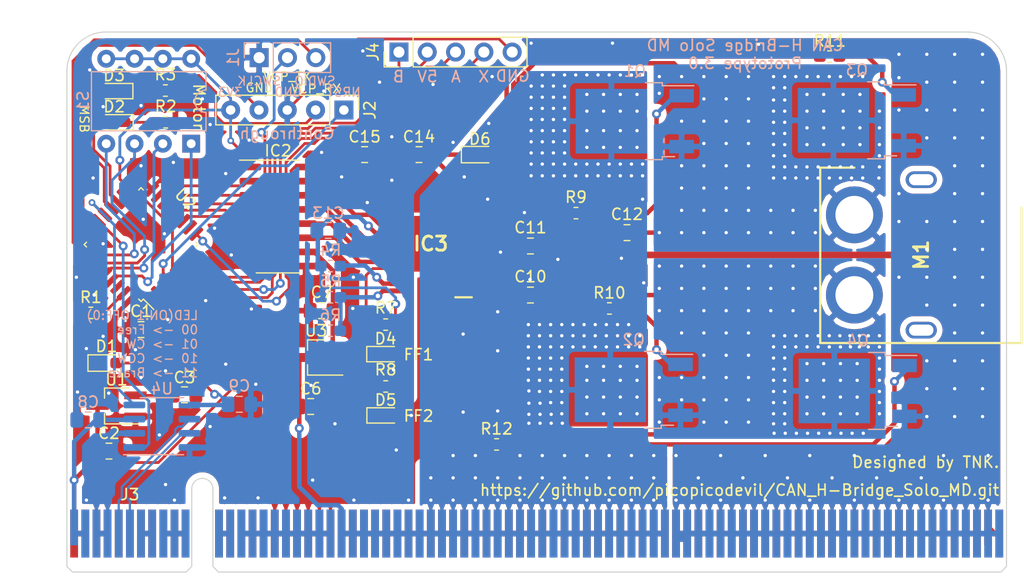
<source format=kicad_pcb>
(kicad_pcb (version 20171130) (host pcbnew "(5.1.9)-1")
  (layers (0 F.Cu signal) (31 B.Cu signal) (34 B.Paste user) (35 F.Paste user) (36 B.SilkS user) (37 F.SilkS user) (38 B.Mask user) (39 F.Mask user) (44 Edge.Cuts user))
  (net 0 "")
  (net 1 GND)
  (net 2 +5V)
  (net 3 GNDPWR)
  (net 4 VREG_0)
  (net 5 SB_0)
  (net 6 SA_0)
  (net 7 "Net-(C10-Pad1)")
  (net 8 MD_3V3)
  (net 9 "Net-(D4-Pad2)")
  (net 10 MD_RESET_0)
  (net 11 MD_PWMH_0)
  (net 12 MD_PWML_0)
  (net 13 MD_SR_0)
  (net 14 MD_PHASE_0)
  (net 15 IC_PHASE_0)
  (net 16 IC_SR_0)
  (net 17 IC_PWML_0)
  (net 18 IC_PWMH_0)
  (net 19 IC_RESET_0)
  (net 20 MD_FF2_0)
  (net 21 MD_FF1_0)
  (net 22 GLA_0)
  (net 23 GHA_0)
  (net 24 "Net-(IC2-Pad7)")
  (net 25 GHB_0)
  (net 26 GLB_0)
  (net 27 VCP_RX)
  (net 28 VCP_TX)
  (net 29 /SWCLK)
  (net 30 /SWDIO)
  (net 31 NRST)
  (net 32 CAN-)
  (net 33 CAN+)
  (net 34 "Net-(Q1-Pad1)")
  (net 35 "Net-(Q2-Pad1)")
  (net 36 "Net-(Q3-Pad1)")
  (net 37 "Net-(Q4-Pad1)")
  (net 38 MD0_LED_H)
  (net 39 MD0_LED_L)
  (net 40 /BOOT)
  (net 41 DIP_SW_4)
  (net 42 DIP_SW_3)
  (net 43 DIP_SW_2)
  (net 44 DIP_SW_1)
  (net 45 /CAN_TD)
  (net 46 /CAN_RD)
  (net 47 "Net-(U2-Pad18)")
  (net 48 VCC)
  (net 49 "Net-(U2-Pad3)")
  (net 50 "Net-(U2-Pad2)")
  (net 51 "Net-(U2-Pad30)")
  (net 52 "Net-(U2-Pad10)")
  (net 53 V5)
  (net 54 "Net-(D2-Pad1)")
  (net 55 "Net-(C12-Pad1)")
  (net 56 "Net-(C14-Pad1)")
  (net 57 "Net-(C15-Pad2)")
  (net 58 "Net-(C15-Pad1)")
  (net 59 "Net-(D3-Pad1)")
  (net 60 "Net-(D5-Pad2)")
  (net 61 "Net-(IC3-Pad7)")
  (net 62 "Net-(IC3-Pad14)")
  (net 63 "Net-(IC3-Pad18)")
  (net 64 "Net-(IC3-Pad27)")
  (net 65 "Net-(IC3-Pad28)")
  (net 66 "Net-(J3-PadA7)")
  (net 67 "Net-(J3-PadA6)")
  (net 68 "Net-(J3-PadA5)")
  (net 69 "Net-(J3-PadB7)")
  (net 70 "Net-(J3-PadB6)")
  (net 71 "Net-(J3-PadB5)")
  (net 72 "Net-(J3-PadB4)")
  (net 73 "Net-(J3-PadB3)")
  (net 74 IC_3V3)
  (net 75 /ENC_X)
  (net 76 /ENC_A)
  (net 77 /ENC_B)
  (net 78 "Net-(J3-PadA8)")
  (module LED_SMD:LED_0603_1608Metric_Castellated (layer F.Cu) (at 103.9375 141.9)
    (fp_text reference D4 (at 0 -1.38) (layer F.SilkS))
    (fp_text value LED)
    (pad 2 smd roundrect (at 0.8125 0) (size 1.225 0.85) (layers F.Cu F.Paste F.Mask) (net 9 "Net-(D4-Pad2)"))
    (pad 1 smd roundrect (at -0.8125 0) (size 1.225 0.85) (layers F.Cu F.Paste F.Mask) (net 21 MD_FF1_0))
  )
  (module Resistor_SMD:R_0603_1608Metric_Pad1.05x0.95mm_HandSolder (layer F.Cu) (at 103.95 144.8 180)
    (fp_text reference R8 (at 0 1.5) (layer F.SilkS))
    (fp_text value 2.2k)
    (pad 2 smd roundrect (at 0.875 0 180) (size 1.05 0.95) (layers F.Cu F.Paste F.Mask) (net 60 "Net-(D5-Pad2)"))
    (pad 1 smd roundrect (at -0.875 0 180) (size 1.05 0.95) (layers F.Cu F.Paste F.Mask) (net 53 V5))
  )
  (module LED_SMD:LED_0603_1608Metric_Castellated (layer F.Cu) (at 103.95 147.4)
    (fp_text reference D5 (at 0 -1.38) (layer F.SilkS))
    (fp_text value LED)
    (pad 2 smd roundrect (at 0.8125 0) (size 1.225 0.85) (layers F.Cu F.Paste F.Mask) (net 60 "Net-(D5-Pad2)"))
    (pad 1 smd roundrect (at -0.8125 0) (size 1.225 0.85) (layers F.Cu F.Paste F.Mask) (net 20 MD_FF2_0))
  )
  (module Resistor_SMD:R_0603_1608Metric_Pad1.05x0.95mm_HandSolder (layer F.Cu) (at 103.95 139.25 180)
    (fp_text reference R7 (at 0 1.5) (layer F.SilkS))
    (fp_text value 2.2k)
    (pad 2 smd roundrect (at 0.875 0 180) (size 1.05 0.95) (layers F.Cu F.Paste F.Mask) (net 9 "Net-(D4-Pad2)"))
    (pad 1 smd roundrect (at -0.875 0 180) (size 1.05 0.95) (layers F.Cu F.Paste F.Mask) (net 53 V5))
  )
  (module Connector_PinHeader_2.54mm:PinHeader_1x05_P2.54mm_Vertical (layer F.Cu) (at 105.14 114.8 90)
    (fp_text reference J4 (at 0 -2.33 90) (layer F.SilkS))
    (fp_text value Conn_01x05)
    (pad 5 thru_hole oval (at 0 10.16 90) (size 1.7 1.7) (drill 1) (layers *.Cu *.Mask) (net 1 GND))
    (pad 4 thru_hole oval (at 0 7.62 90) (size 1.7 1.7) (drill 1) (layers *.Cu *.Mask) (net 75 /ENC_X))
    (pad 3 thru_hole oval (at 0 5.08 90) (size 1.7 1.7) (drill 1) (layers *.Cu *.Mask) (net 76 /ENC_A))
    (pad 2 thru_hole oval (at 0 2.54 90) (size 1.7 1.7) (drill 1) (layers *.Cu *.Mask) (net 2 +5V))
    (pad 1 thru_hole rect (at 0 0 90) (size 1.7 1.7) (drill 1) (layers *.Cu *.Mask) (net 77 /ENC_B))
  )
  (module Package_TO_SOT_SMD:SOT-23_Handsoldering (layer F.Cu) (at 97.7 142.2 180)
    (fp_text reference U3 (at 0 2.4) (layer F.SilkS))
    (fp_text value MCP1799T-3302H/TT)
    (pad 3 smd rect (at 1.5 0 180) (size 1.9 0.8) (layers F.Cu F.Paste F.Mask) (net 48 VCC))
    (pad 2 smd rect (at -1.5 0.95 180) (size 1.9 0.8) (layers F.Cu F.Paste F.Mask) (net 8 MD_3V3))
    (pad 1 smd rect (at -1.5 -0.95 180) (size 1.9 0.8) (layers F.Cu F.Paste F.Mask) (net 3 GNDPWR))
  )
  (module Package_TO_SOT_SMD:SOT-23W_Handsoldering (layer F.Cu) (at 79.8 146.55 180)
    (fp_text reference U1 (at 0 2.35) (layer F.SilkS))
    (fp_text value AP2210N-3.3TRG1)
    (pad 1 smd rect (at -1.7 -0.95 180) (size 2 0.7) (layers F.Cu F.Paste F.Mask) (net 1 GND))
    (pad 2 smd rect (at -1.7 0.95 180) (size 2 0.7) (layers F.Cu F.Paste F.Mask) (net 74 IC_3V3))
    (pad 3 smd rect (at 1.7 0 180) (size 2 0.7) (layers F.Cu F.Paste F.Mask) (net 2 +5V))
  )
  (module Package_SO:SOIC-16_3.9x9.9mm_P1.27mm (layer F.Cu) (at 94.288 129.555)
    (fp_text reference IC2 (at 0 -5.9) (layer F.SilkS))
    (fp_text value SI8650AB-B-IS1)
    (pad 16 smd roundrect (at 2.475 -4.445) (size 1.95 0.6) (layers F.Cu F.Paste F.Mask) (net 8 MD_3V3))
    (pad 15 smd roundrect (at 2.475 -3.175) (size 1.95 0.6) (layers F.Cu F.Paste F.Mask) (net 14 MD_PHASE_0))
    (pad 14 smd roundrect (at 2.475 -1.905) (size 1.95 0.6) (layers F.Cu F.Paste F.Mask) (net 13 MD_SR_0))
    (pad 13 smd roundrect (at 2.475 -0.635) (size 1.95 0.6) (layers F.Cu F.Paste F.Mask) (net 12 MD_PWML_0))
    (pad 12 smd roundrect (at 2.475 0.635) (size 1.95 0.6) (layers F.Cu F.Paste F.Mask) (net 11 MD_PWMH_0))
    (pad 11 smd roundrect (at 2.475 1.905) (size 1.95 0.6) (layers F.Cu F.Paste F.Mask) (net 10 MD_RESET_0))
    (pad 10 smd roundrect (at 2.475 3.175) (size 1.95 0.6) (layers F.Cu F.Paste F.Mask) (net 8 MD_3V3))
    (pad 9 smd roundrect (at 2.475 4.445) (size 1.95 0.6) (layers F.Cu F.Paste F.Mask) (net 3 GNDPWR))
    (pad 8 smd roundrect (at -2.475 4.445) (size 1.95 0.6) (layers F.Cu F.Paste F.Mask) (net 1 GND))
    (pad 7 smd roundrect (at -2.475 3.175) (size 1.95 0.6) (layers F.Cu F.Paste F.Mask) (net 24 "Net-(IC2-Pad7)"))
    (pad 6 smd roundrect (at -2.475 1.905) (size 1.95 0.6) (layers F.Cu F.Paste F.Mask) (net 19 IC_RESET_0))
    (pad 5 smd roundrect (at -2.475 0.635) (size 1.95 0.6) (layers F.Cu F.Paste F.Mask) (net 18 IC_PWMH_0))
    (pad 4 smd roundrect (at -2.475 -0.635) (size 1.95 0.6) (layers F.Cu F.Paste F.Mask) (net 17 IC_PWML_0))
    (pad 3 smd roundrect (at -2.475 -1.905) (size 1.95 0.6) (layers F.Cu F.Paste F.Mask) (net 16 IC_SR_0))
    (pad 2 smd roundrect (at -2.475 -3.175) (size 1.95 0.6) (layers F.Cu F.Paste F.Mask) (net 15 IC_PHASE_0))
    (pad 1 smd roundrect (at -2.475 -4.445) (size 1.95 0.6) (layers F.Cu F.Paste F.Mask) (net 74 IC_3V3))
  )
  (module XT60:XT60PW (layer F.Cu) (at 146 133 270)
    (fp_text reference M1 (at 0 -6 90) (layer F.SilkS) (effects (font (size 1.27 1.27) (thickness 0.254))))
    (fp_text value Motor_DC hide)
    (pad 4 thru_hole oval (at 6.75 -6 270) (size 1.5 2.8) (drill oval 1 2.2) (layers *.Cu *.Mask))
    (pad 4 thru_hole oval (at -6.75 -6 270) (size 1.5 2.8) (drill oval 1 2.2) (layers *.Cu *.Mask))
    (pad 2 thru_hole circle (at 3.6 0 270) (size 5.1 5.1) (drill 3.4) (layers *.Cu *.Mask) (net 5 SB_0))
    (pad 1 thru_hole circle (at -3.6 0 270) (size 5.1 5.1) (drill 3.4) (layers *.Cu *.Mask) (net 6 SA_0))
  )
  (module Package_DIP:DIP-8_W7.62mm (layer B.Cu) (at 86.5 123.02 90)
    (fp_text reference S1 (at 3.81 -9.7 90) (layer B.SilkS) (effects (justify mirror)))
    (fp_text value DIPSW)
    (pad 8 thru_hole oval (at 7.62 0 90) (size 1.6 1.6) (drill 0.8) (layers *.Cu *.Mask) (net 74 IC_3V3))
    (pad 4 thru_hole oval (at 0 -7.62 90) (size 1.6 1.6) (drill 0.8) (layers *.Cu *.Mask) (net 44 DIP_SW_1))
    (pad 7 thru_hole oval (at 7.62 -2.54 90) (size 1.6 1.6) (drill 0.8) (layers *.Cu *.Mask) (net 74 IC_3V3))
    (pad 3 thru_hole oval (at 0 -5.08 90) (size 1.6 1.6) (drill 0.8) (layers *.Cu *.Mask) (net 43 DIP_SW_2))
    (pad 6 thru_hole oval (at 7.62 -5.08 90) (size 1.6 1.6) (drill 0.8) (layers *.Cu *.Mask) (net 74 IC_3V3))
    (pad 2 thru_hole oval (at 0 -2.54 90) (size 1.6 1.6) (drill 0.8) (layers *.Cu *.Mask) (net 42 DIP_SW_3))
    (pad 5 thru_hole oval (at 7.62 -7.62 90) (size 1.6 1.6) (drill 0.8) (layers *.Cu *.Mask) (net 74 IC_3V3))
    (pad 1 thru_hole rect (at 0 0 90) (size 1.6 1.6) (drill 0.8) (layers *.Cu *.Mask) (net 41 DIP_SW_4))
  )
  (module Package_TO_SOT_SMD:TO-252-2 (layer B.Cu) (at 146.3 145.2 180)
    (fp_text reference Q4 (at 0 4.5) (layer B.SilkS) (effects (justify mirror)))
    (fp_text value TK6R7P06PLRQ)
    (pad 2 smd rect (at 2.1 0 180) (size 6.4 5.8) (layers B.Cu B.Mask) (net 5 SB_0))
    (pad 3 smd rect (at -4.2 -2.28 180) (size 2.2 1.2) (layers B.Cu B.Paste B.Mask) (net 3 GNDPWR))
    (pad 1 smd rect (at -4.2 2.28 180) (size 2.2 1.2) (layers B.Cu B.Paste B.Mask) (net 37 "Net-(Q4-Pad1)"))
  )
  (module Package_TO_SOT_SMD:TO-252-2 (layer B.Cu) (at 146.225 120.925 180)
    (fp_text reference Q3 (at 0 4.5) (layer B.SilkS) (effects (justify mirror)))
    (fp_text value TK6R7P06PLRQ)
    (pad 2 smd rect (at 2.1 0 180) (size 6.4 5.8) (layers B.Cu B.Mask) (net 6 SA_0))
    (pad 3 smd rect (at -4.2 -2.28 180) (size 2.2 1.2) (layers B.Cu B.Paste B.Mask) (net 3 GNDPWR))
    (pad 1 smd rect (at -4.2 2.28 180) (size 2.2 1.2) (layers B.Cu B.Paste B.Mask) (net 36 "Net-(Q3-Pad1)"))
  )
  (module Package_TO_SOT_SMD:TO-252-2 (layer B.Cu) (at 126.2 145.1 180)
    (fp_text reference Q2 (at 0 4.5) (layer B.SilkS) (effects (justify mirror)))
    (fp_text value TK6R7P06PLRQ)
    (pad 2 smd rect (at 2.1 0 180) (size 6.4 5.8) (layers B.Cu B.Mask) (net 48 VCC))
    (pad 3 smd rect (at -4.2 -2.28 180) (size 2.2 1.2) (layers B.Cu B.Paste B.Mask) (net 5 SB_0))
    (pad 1 smd rect (at -4.2 2.28 180) (size 2.2 1.2) (layers B.Cu B.Paste B.Mask) (net 35 "Net-(Q2-Pad1)"))
  )
  (module Package_TO_SOT_SMD:TO-252-2 (layer B.Cu) (at 126.3 121 180)
    (fp_text reference Q1 (at 0 4.5) (layer B.SilkS) (effects (justify mirror)))
    (fp_text value TK6R7P06PLRQ)
    (pad 2 smd rect (at 2.1 0 180) (size 6.4 5.8) (layers B.Cu B.Mask) (net 48 VCC))
    (pad 3 smd rect (at -4.2 -2.28 180) (size 2.2 1.2) (layers B.Cu B.Paste B.Mask) (net 6 SA_0))
    (pad 1 smd rect (at -4.2 2.28 180) (size 2.2 1.2) (layers B.Cu B.Paste B.Mask) (net 34 "Net-(Q1-Pad1)"))
  )
  (module Diode_SMD:D_0603_1608Metric_Pad1.05x0.95mm_HandSolder (layer F.Cu) (at 78.9 142.7)
    (fp_text reference D1 (at 0 -1.5) (layer F.SilkS))
    (fp_text value D_Schottky)
    (pad 2 smd roundrect (at 0.875 0) (size 1.05 0.95) (layers F.Cu F.Paste F.Mask) (net 74 IC_3V3))
    (pad 1 smd roundrect (at -0.875 0) (size 1.05 0.95) (layers F.Cu F.Paste F.Mask) (net 2 +5V))
  )
  (module Diode_SMD:D_0603_1608Metric_Pad1.05x0.95mm_HandSolder (layer F.Cu) (at 112.4 124)
    (fp_text reference D6 (at 0 -1.4) (layer F.SilkS))
    (fp_text value D)
    (pad 2 smd roundrect (at 0.875 0) (size 1.05 0.95) (layers F.Cu F.Paste F.Mask) (net 48 VCC))
    (pad 1 smd roundrect (at -0.875 0) (size 1.05 0.95) (layers F.Cu F.Paste F.Mask) (net 56 "Net-(C14-Pad1)"))
  )
  (module PCIe:BUS_mechaken_PCIexpress_x16 (layer F.Cu) (at 76 158)
    (fp_text reference J3 (at 5 -3.5) (layer F.SilkS))
    (fp_text value Bus_mechaken_PCIexpress_x16_164_Position)
    (fp_line (start 83.65 2.95) (end 83.15 3.45) (layer Edge.Cuts) (width 0.1))
    (fp_line (start 12.45 2.95) (end 12.95 3.45) (layer Edge.Cuts) (width 0.1))
    (fp_line (start 10.55 2.95) (end 10.05 3.45) (layer Edge.Cuts) (width 0.1))
    (fp_line (start -0.65 2.95) (end -0.15 3.45) (layer Edge.Cuts) (width 0.1))
    (fp_line (start 12.95 3.45) (end 83.15 3.45) (layer Edge.Cuts) (width 0.1))
    (fp_line (start 83.65 -4.95) (end 83.65 2.95) (layer Edge.Cuts) (width 0.1))
    (fp_line (start -0.15 3.45) (end 10.05 3.45) (layer Edge.Cuts) (width 0.1))
    (fp_line (start -0.65 -4.95) (end -0.65 2.95) (layer Edge.Cuts) (width 0.1))
    (fp_line (start 12.45 -4) (end 12.45 2.95) (layer Edge.Cuts) (width 0.1))
    (fp_line (start 10.55 -4) (end 10.55 2.95) (layer Edge.Cuts) (width 0.1))
    (fp_arc (start 11.5 -4) (end 12.45 -4) (angle -180) (layer Edge.Cuts) (width 0.1))
    (pad A10 connect rect (at 83 0) (size 0.7 4.3) (layers B.Cu B.Mask) (net 3 GNDPWR))
    (pad A10 connect rect (at 82 0) (size 0.7 4.3) (layers B.Cu B.Mask) (net 3 GNDPWR))
    (pad A10 connect rect (at 81 0) (size 0.7 4.3) (layers B.Cu B.Mask) (net 3 GNDPWR))
    (pad A10 connect rect (at 80 0) (size 0.7 4.3) (layers B.Cu B.Mask) (net 3 GNDPWR))
    (pad A10 connect rect (at 79 0) (size 0.7 4.3) (layers B.Cu B.Mask) (net 3 GNDPWR))
    (pad A10 connect rect (at 78 0) (size 0.7 4.3) (layers B.Cu B.Mask) (net 3 GNDPWR))
    (pad A10 connect rect (at 77 0) (size 0.7 4.3) (layers B.Cu B.Mask) (net 3 GNDPWR))
    (pad A10 connect rect (at 76 0) (size 0.7 4.3) (layers B.Cu B.Mask) (net 3 GNDPWR))
    (pad A10 connect rect (at 75 0) (size 0.7 4.3) (layers B.Cu B.Mask) (net 3 GNDPWR))
    (pad A10 connect rect (at 74 0) (size 0.7 4.3) (layers B.Cu B.Mask) (net 3 GNDPWR))
    (pad A10 connect rect (at 73 0) (size 0.7 4.3) (layers B.Cu B.Mask) (net 3 GNDPWR))
    (pad A10 connect rect (at 72 0) (size 0.7 4.3) (layers B.Cu B.Mask) (net 3 GNDPWR))
    (pad A10 connect rect (at 71 0) (size 0.7 4.3) (layers B.Cu B.Mask) (net 3 GNDPWR))
    (pad A10 connect rect (at 70 0) (size 0.7 4.3) (layers B.Cu B.Mask) (net 3 GNDPWR))
    (pad A10 connect rect (at 69 0) (size 0.7 4.3) (layers B.Cu B.Mask) (net 3 GNDPWR))
    (pad A10 connect rect (at 68 0) (size 0.7 4.3) (layers B.Cu B.Mask) (net 3 GNDPWR))
    (pad A10 connect rect (at 67 0) (size 0.7 4.3) (layers B.Cu B.Mask) (net 3 GNDPWR))
    (pad A10 connect rect (at 66 0) (size 0.7 4.3) (layers B.Cu B.Mask) (net 3 GNDPWR))
    (pad A10 connect rect (at 65 0) (size 0.7 4.3) (layers B.Cu B.Mask) (net 3 GNDPWR))
    (pad A10 connect rect (at 64 0) (size 0.7 4.3) (layers B.Cu B.Mask) (net 3 GNDPWR))
    (pad A10 connect rect (at 63 0) (size 0.7 4.3) (layers B.Cu B.Mask) (net 3 GNDPWR))
    (pad A10 connect rect (at 62 0) (size 0.7 4.3) (layers B.Cu B.Mask) (net 3 GNDPWR))
    (pad A10 connect rect (at 61 0) (size 0.7 4.3) (layers B.Cu B.Mask) (net 3 GNDPWR))
    (pad A10 connect rect (at 60 0) (size 0.7 4.3) (layers B.Cu B.Mask) (net 3 GNDPWR))
    (pad A10 connect rect (at 59 0) (size 0.7 4.3) (layers B.Cu B.Mask) (net 3 GNDPWR))
    (pad A10 connect rect (at 58 0) (size 0.7 4.3) (layers B.Cu B.Mask) (net 3 GNDPWR))
    (pad A10 connect rect (at 57 0) (size 0.7 4.3) (layers B.Cu B.Mask) (net 3 GNDPWR))
    (pad A10 connect rect (at 56 0) (size 0.7 4.3) (layers B.Cu B.Mask) (net 3 GNDPWR))
    (pad A10 connect rect (at 55 0) (size 0.7 4.3) (layers B.Cu B.Mask) (net 3 GNDPWR))
    (pad A10 connect rect (at 54 0) (size 0.7 4.3) (layers B.Cu B.Mask) (net 3 GNDPWR))
    (pad A9 connect rect (at 53 0) (size 0.7 4.3) (layers B.Cu B.Mask) (net 48 VCC))
    (pad A9 connect rect (at 52 0) (size 0.7 4.3) (layers B.Cu B.Mask) (net 48 VCC))
    (pad A9 connect rect (at 51 0) (size 0.7 4.3) (layers B.Cu B.Mask) (net 48 VCC))
    (pad B10 connect rect (at 83 0) (size 0.7 4.3) (layers F.Cu F.Mask) (net 3 GNDPWR))
    (pad B10 connect rect (at 82 -0.55) (size 0.7 3.2) (layers F.Cu F.Mask) (net 3 GNDPWR))
    (pad B10 connect rect (at 81 0) (size 0.7 4.3) (layers F.Cu F.Mask) (net 3 GNDPWR))
    (pad B10 connect rect (at 80 0) (size 0.7 4.3) (layers F.Cu F.Mask) (net 3 GNDPWR))
    (pad B10 connect rect (at 79 0) (size 0.7 4.3) (layers F.Cu F.Mask) (net 3 GNDPWR))
    (pad B10 connect rect (at 78 0) (size 0.7 4.3) (layers F.Cu F.Mask) (net 3 GNDPWR))
    (pad B10 connect rect (at 77 0) (size 0.7 4.3) (layers F.Cu F.Mask) (net 3 GNDPWR))
    (pad B10 connect rect (at 76 0) (size 0.7 4.3) (layers F.Cu F.Mask) (net 3 GNDPWR))
    (pad B10 connect rect (at 75 0) (size 0.7 4.3) (layers F.Cu F.Mask) (net 3 GNDPWR))
    (pad B10 connect rect (at 74 0) (size 0.7 4.3) (layers F.Cu F.Mask) (net 3 GNDPWR))
    (pad B10 connect rect (at 73 0) (size 0.7 4.3) (layers F.Cu F.Mask) (net 3 GNDPWR))
    (pad B10 connect rect (at 72 0) (size 0.7 4.3) (layers F.Cu F.Mask) (net 3 GNDPWR))
    (pad B10 connect rect (at 71 0) (size 0.7 4.3) (layers F.Cu F.Mask) (net 3 GNDPWR))
    (pad B10 connect rect (at 70 0) (size 0.7 4.3) (layers F.Cu F.Mask) (net 3 GNDPWR))
    (pad B10 connect rect (at 69 0) (size 0.7 4.3) (layers F.Cu F.Mask) (net 3 GNDPWR))
    (pad B10 connect rect (at 68 0) (size 0.7 4.3) (layers F.Cu F.Mask) (net 3 GNDPWR))
    (pad B10 connect rect (at 67 0) (size 0.7 4.3) (layers F.Cu F.Mask) (net 3 GNDPWR))
    (pad B10 connect rect (at 66 0) (size 0.7 4.3) (layers F.Cu F.Mask) (net 3 GNDPWR))
    (pad B10 connect rect (at 65 0) (size 0.7 4.3) (layers F.Cu F.Mask) (net 3 GNDPWR))
    (pad B10 connect rect (at 64 0) (size 0.7 4.3) (layers F.Cu F.Mask) (net 3 GNDPWR))
    (pad B10 connect rect (at 63 0) (size 0.7 4.3) (layers F.Cu F.Mask) (net 3 GNDPWR))
    (pad B10 connect rect (at 62 0) (size 0.7 4.3) (layers F.Cu F.Mask) (net 3 GNDPWR))
    (pad B10 connect rect (at 61 0) (size 0.7 4.3) (layers F.Cu F.Mask) (net 3 GNDPWR))
    (pad B10 connect rect (at 60 0) (size 0.7 4.3) (layers F.Cu F.Mask) (net 3 GNDPWR))
    (pad B10 connect rect (at 59 0) (size 0.7 4.3) (layers F.Cu F.Mask) (net 3 GNDPWR))
    (pad B10 connect rect (at 58 0) (size 0.7 4.3) (layers F.Cu F.Mask) (net 3 GNDPWR))
    (pad B10 connect rect (at 57 0) (size 0.7 4.3) (layers F.Cu F.Mask) (net 3 GNDPWR))
    (pad B10 connect rect (at 56 0) (size 0.7 4.3) (layers F.Cu F.Mask) (net 3 GNDPWR))
    (pad B10 connect rect (at 55 0) (size 0.7 4.3) (layers F.Cu F.Mask) (net 3 GNDPWR))
    (pad B10 connect rect (at 54 0) (size 0.7 4.3) (layers F.Cu F.Mask) (net 3 GNDPWR))
    (pad B9 connect rect (at 53 0) (size 0.7 4.3) (layers F.Cu F.Mask) (net 48 VCC))
    (pad B9 connect rect (at 52 0) (size 0.7 4.3) (layers F.Cu F.Mask) (net 48 VCC))
    (pad B9 connect rect (at 51 0) (size 0.7 4.3) (layers F.Cu F.Mask) (net 48 VCC))
    (pad A9 connect rect (at 50 0) (size 0.7 4.3) (layers B.Cu B.Mask) (net 48 VCC))
    (pad A9 connect rect (at 49 0) (size 0.7 4.3) (layers B.Cu B.Mask) (net 48 VCC))
    (pad A9 connect rect (at 48 0) (size 0.7 4.3) (layers B.Cu B.Mask) (net 48 VCC))
    (pad A9 connect rect (at 47 0) (size 0.7 4.3) (layers B.Cu B.Mask) (net 48 VCC))
    (pad A9 connect rect (at 46 0) (size 0.7 4.3) (layers B.Cu B.Mask) (net 48 VCC))
    (pad A9 connect rect (at 45 0) (size 0.7 4.3) (layers B.Cu B.Mask) (net 48 VCC))
    (pad A9 connect rect (at 44 0) (size 0.7 4.3) (layers B.Cu B.Mask) (net 48 VCC))
    (pad A9 connect rect (at 43 0) (size 0.7 4.3) (layers B.Cu B.Mask) (net 48 VCC))
    (pad A7 connect rect (at 14 0) (size 0.7 4.3) (layers B.Cu B.Mask) (net 66 "Net-(J3-PadA7)"))
    (pad A7 connect rect (at 13 0) (size 0.7 4.3) (layers B.Cu B.Mask) (net 66 "Net-(J3-PadA7)"))
    (pad A8 connect rect (at 19 0) (size 0.7 4.3) (layers B.Cu B.Mask) (net 78 "Net-(J3-PadA8)"))
    (pad A8 connect rect (at 18 0) (size 0.7 4.3) (layers B.Cu B.Mask) (net 78 "Net-(J3-PadA8)"))
    (pad A8 connect rect (at 17 0) (size 0.7 4.3) (layers B.Cu B.Mask) (net 78 "Net-(J3-PadA8)"))
    (pad A8 connect rect (at 16 0) (size 0.7 4.3) (layers B.Cu B.Mask) (net 78 "Net-(J3-PadA8)"))
    (pad A8 connect rect (at 15 0) (size 0.7 4.3) (layers B.Cu B.Mask) (net 78 "Net-(J3-PadA8)"))
    (pad A6 connect rect (at 10 0) (size 0.7 4.3) (layers B.Cu B.Mask) (net 67 "Net-(J3-PadA6)"))
    (pad A6 connect rect (at 9 0) (size 0.7 4.3) (layers B.Cu B.Mask) (net 67 "Net-(J3-PadA6)"))
    (pad A6 connect rect (at 8 0) (size 0.7 4.3) (layers B.Cu B.Mask) (net 67 "Net-(J3-PadA6)"))
    (pad A5 connect rect (at 7 0) (size 0.7 4.3) (layers B.Cu B.Mask) (net 68 "Net-(J3-PadA5)"))
    (pad A5 connect rect (at 6 0) (size 0.7 4.3) (layers B.Cu B.Mask) (net 68 "Net-(J3-PadA5)"))
    (pad A4 connect rect (at 5 0) (size 0.7 4.3) (layers B.Cu B.Mask) (net 33 CAN+))
    (pad A3 connect rect (at 4 0) (size 0.7 4.3) (layers B.Cu B.Mask) (net 32 CAN-))
    (pad A2 connect rect (at 3 0) (size 0.7 4.3) (layers B.Cu B.Mask) (net 1 GND))
    (pad A2 connect rect (at 2 0) (size 0.7 4.3) (layers B.Cu B.Mask) (net 1 GND))
    (pad A1 connect rect (at 1 0) (size 0.7 4.3) (layers B.Cu B.Mask) (net 2 +5V))
    (pad A1 connect rect (at 0 -0.55) (size 0.7 3.2) (layers B.Cu B.Mask) (net 2 +5V))
    (pad B7 connect rect (at 14 0) (size 0.7 4.3) (layers F.Cu F.Mask) (net 69 "Net-(J3-PadB7)"))
    (pad B7 connect rect (at 13 0) (size 0.7 4.3) (layers F.Cu F.Mask) (net 69 "Net-(J3-PadB7)"))
    (pad B8 connect rect (at 19 0) (size 0.7 4.3) (layers F.Cu F.Mask) (net 3 GNDPWR))
    (pad B8 connect rect (at 18 0) (size 0.7 4.3) (layers F.Cu F.Mask) (net 3 GNDPWR))
    (pad B8 connect rect (at 17 0) (size 0.7 4.3) (layers F.Cu F.Mask) (net 3 GNDPWR))
    (pad B8 connect rect (at 16 0) (size 0.7 4.3) (layers F.Cu F.Mask) (net 3 GNDPWR))
    (pad B8 connect rect (at 15 0) (size 0.7 4.3) (layers F.Cu F.Mask) (net 3 GNDPWR))
    (pad B6 connect rect (at 10 0) (size 0.7 4.3) (layers F.Cu F.Mask) (net 70 "Net-(J3-PadB6)"))
    (pad B6 connect rect (at 9 0) (size 0.7 4.3) (layers F.Cu F.Mask) (net 70 "Net-(J3-PadB6)"))
    (pad B6 connect rect (at 8 0) (size 0.7 4.3) (layers F.Cu F.Mask) (net 70 "Net-(J3-PadB6)"))
    (pad B5 connect rect (at 7 0) (size 0.7 4.3) (layers F.Cu F.Mask) (net 71 "Net-(J3-PadB5)"))
    (pad B5 connect rect (at 6 0) (size 0.7 4.3) (layers F.Cu F.Mask) (net 71 "Net-(J3-PadB5)"))
    (pad B4 connect rect (at 5 0) (size 0.7 4.3) (layers F.Cu F.Mask) (net 72 "Net-(J3-PadB4)"))
    (pad B3 connect rect (at 4 0) (size 0.7 4.3) (layers F.Cu F.Mask) (net 73 "Net-(J3-PadB3)"))
    (pad B2 connect rect (at 3 0) (size 0.7 4.3) (layers F.Cu F.Mask) (net 1 GND))
    (pad B2 connect rect (at 2 0) (size 0.7 4.3) (layers F.Cu F.Mask) (net 1 GND))
    (pad B1 connect rect (at 1 0) (size 0.7 4.3) (layers F.Cu F.Mask) (net 2 +5V))
    (pad B1 connect rect (at 0 0) (size 0.7 4.3) (layers F.Cu F.Mask) (net 2 +5V))
    (pad B8 connect rect (at 20 0) (size 0.7 4.3) (layers F.Cu F.Mask) (net 3 GNDPWR))
    (pad B8 connect rect (at 21 0) (size 0.7 4.3) (layers F.Cu F.Mask) (net 3 GNDPWR))
    (pad B8 connect rect (at 22 0) (size 0.7 4.3) (layers F.Cu F.Mask) (net 3 GNDPWR))
    (pad B8 connect rect (at 23 0) (size 0.7 4.3) (layers F.Cu F.Mask) (net 3 GNDPWR))
    (pad B9 connect rect (at 24 0) (size 0.7 4.3) (layers F.Cu F.Mask) (net 48 VCC))
    (pad B9 connect rect (at 25 0) (size 0.7 4.3) (layers F.Cu F.Mask) (net 48 VCC))
    (pad B9 connect rect (at 26 0) (size 0.7 4.3) (layers F.Cu F.Mask) (net 48 VCC))
    (pad B9 connect rect (at 27 0) (size 0.7 4.3) (layers F.Cu F.Mask) (net 48 VCC))
    (pad B9 connect rect (at 28 0) (size 0.7 4.3) (layers F.Cu F.Mask) (net 48 VCC))
    (pad B9 connect rect (at 29 0) (size 0.7 4.3) (layers F.Cu F.Mask) (net 48 VCC))
    (pad B9 connect rect (at 30 0) (size 0.7 4.3) (layers F.Cu F.Mask) (net 48 VCC))
    (pad B9 connect rect (at 31 0) (size 0.7 4.3) (layers F.Cu F.Mask) (net 48 VCC))
    (pad B9 connect rect (at 32 0) (size 0.7 4.3) (layers F.Cu F.Mask) (net 48 VCC))
    (pad B9 connect rect (at 33 0) (size 0.7 4.3) (layers F.Cu F.Mask) (net 48 VCC))
    (pad A8 connect rect (at 20 0) (size 0.7 4.3) (layers B.Cu B.Mask) (net 78 "Net-(J3-PadA8)"))
    (pad A8 connect rect (at 21 0) (size 0.7 4.3) (layers B.Cu B.Mask) (net 78 "Net-(J3-PadA8)"))
    (pad A8 connect rect (at 22 0) (size 0.7 4.3) (layers B.Cu B.Mask) (net 78 "Net-(J3-PadA8)"))
    (pad A8 connect rect (at 23 0) (size 0.7 4.3) (layers B.Cu B.Mask) (net 78 "Net-(J3-PadA8)"))
    (pad A9 connect rect (at 24 0) (size 0.7 4.3) (layers B.Cu B.Mask) (net 48 VCC))
    (pad A9 connect rect (at 25 0) (size 0.7 4.3) (layers B.Cu B.Mask) (net 48 VCC))
    (pad A9 connect rect (at 26 0) (size 0.7 4.3) (layers B.Cu B.Mask) (net 48 VCC))
    (pad A9 connect rect (at 27 0) (size 0.7 4.3) (layers B.Cu B.Mask) (net 48 VCC))
    (pad A9 connect rect (at 28 0) (size 0.7 4.3) (layers B.Cu B.Mask) (net 48 VCC))
    (pad A9 connect rect (at 29 0) (size 0.7 4.3) (layers B.Cu B.Mask) (net 48 VCC))
    (pad A9 connect rect (at 30 0) (size 0.7 4.3) (layers B.Cu B.Mask) (net 48 VCC))
    (pad A9 connect rect (at 31 0) (size 0.7 4.3) (layers B.Cu B.Mask) (net 48 VCC))
    (pad A9 connect rect (at 32 0) (size 0.7 4.3) (layers B.Cu B.Mask) (net 48 VCC))
    (pad A9 connect rect (at 33 0) (size 0.7 4.3) (layers B.Cu B.Mask) (net 48 VCC))
    (pad B9 connect rect (at 34 0) (size 0.7 4.3) (layers F.Cu F.Mask) (net 48 VCC))
    (pad B9 connect rect (at 35 0) (size 0.7 4.3) (layers F.Cu F.Mask) (net 48 VCC))
    (pad B9 connect rect (at 36 0) (size 0.7 4.3) (layers F.Cu F.Mask) (net 48 VCC))
    (pad B9 connect rect (at 37 0) (size 0.7 4.3) (layers F.Cu F.Mask) (net 48 VCC))
    (pad B9 connect rect (at 38 0) (size 0.7 4.3) (layers F.Cu F.Mask) (net 48 VCC))
    (pad B9 connect rect (at 39 0) (size 0.7 4.3) (layers F.Cu F.Mask) (net 48 VCC))
    (pad B9 connect rect (at 40 0) (size 0.7 4.3) (layers F.Cu F.Mask) (net 48 VCC))
    (pad B9 connect rect (at 41 0) (size 0.7 4.3) (layers F.Cu F.Mask) (net 48 VCC))
    (pad B9 connect rect (at 42 0) (size 0.7 4.3) (layers F.Cu F.Mask) (net 48 VCC))
    (pad B9 connect rect (at 43 0) (size 0.7 4.3) (layers F.Cu F.Mask) (net 48 VCC))
    (pad B9 connect rect (at 44 0) (size 0.7 4.3) (layers F.Cu F.Mask) (net 48 VCC))
    (pad B9 connect rect (at 45 0) (size 0.7 4.3) (layers F.Cu F.Mask) (net 48 VCC))
    (pad B9 connect rect (at 46 0) (size 0.7 4.3) (layers F.Cu F.Mask) (net 48 VCC))
    (pad B9 connect rect (at 47 0) (size 0.7 4.3) (layers F.Cu F.Mask) (net 48 VCC))
    (pad B9 connect rect (at 48 0) (size 0.7 4.3) (layers F.Cu F.Mask) (net 48 VCC))
    (pad B9 connect rect (at 49 0) (size 0.7 4.3) (layers F.Cu F.Mask) (net 48 VCC))
    (pad B9 connect rect (at 50 0) (size 0.7 4.3) (layers F.Cu F.Mask) (net 48 VCC))
    (pad A9 connect rect (at 34 0) (size 0.7 4.3) (layers B.Cu B.Mask) (net 48 VCC))
    (pad A9 connect rect (at 35 0) (size 0.7 4.3) (layers B.Cu B.Mask) (net 48 VCC))
    (pad A9 connect rect (at 36 0) (size 0.7 4.3) (layers B.Cu B.Mask) (net 48 VCC))
    (pad A9 connect rect (at 37 0) (size 0.7 4.3) (layers B.Cu B.Mask) (net 48 VCC))
    (pad A9 connect rect (at 38 0) (size 0.7 4.3) (layers B.Cu B.Mask) (net 48 VCC))
    (pad A9 connect rect (at 39 0) (size 0.7 4.3) (layers B.Cu B.Mask) (net 48 VCC))
    (pad A9 connect rect (at 40 0) (size 0.7 4.3) (layers B.Cu B.Mask) (net 48 VCC))
    (pad A9 connect rect (at 41 0) (size 0.7 4.3) (layers B.Cu B.Mask) (net 48 VCC))
    (pad A9 connect rect (at 42 0) (size 0.7 4.3) (layers B.Cu B.Mask) (net 48 VCC))
  )
  (module Resistor_SMD:R_0603_1608Metric_Pad1.05x0.95mm_HandSolder (layer B.Cu) (at 99 139.8)
    (fp_text reference R6 (at 0 -1.4) (layer B.SilkS) (effects (justify mirror)))
    (fp_text value 2.2k)
    (pad 2 smd roundrect (at 0.875 0) (size 1.05 0.95) (layers B.Cu B.Paste B.Mask) (net 65 "Net-(IC3-Pad28)"))
    (pad 1 smd roundrect (at -0.875 0) (size 1.05 0.95) (layers B.Cu B.Paste B.Mask) (net 3 GNDPWR))
  )
  (module Resistor_SMD:R_0603_1608Metric_Pad1.05x0.95mm_HandSolder (layer B.Cu) (at 99.0125 136.8 180)
    (fp_text reference R5 (at 0 1.43) (layer B.SilkS) (effects (justify mirror)))
    (fp_text value 10k)
    (pad 2 smd roundrect (at 0.875 0 180) (size 1.05 0.95) (layers B.Cu B.Paste B.Mask) (net 53 V5))
    (pad 1 smd roundrect (at -0.875 0 180) (size 1.05 0.95) (layers B.Cu B.Paste B.Mask) (net 65 "Net-(IC3-Pad28)"))
  )
  (module Resistor_SMD:R_0603_1608Metric_Pad1.05x0.95mm_HandSolder (layer B.Cu) (at 99 134 180)
    (fp_text reference R4 (at 0 1.43) (layer B.SilkS) (effects (justify mirror)))
    (fp_text value 3k)
    (pad 2 smd roundrect (at 0.875 0 180) (size 1.05 0.95) (layers B.Cu B.Paste B.Mask) (net 53 V5))
    (pad 1 smd roundrect (at -0.875 0 180) (size 1.05 0.95) (layers B.Cu B.Paste B.Mask) (net 64 "Net-(IC3-Pad27)"))
  )
  (module Resistor_SMD:R_0603_1608Metric_Pad1.05x0.95mm_HandSolder (layer F.Cu) (at 113.9 150 180)
    (fp_text reference R12 (at 0 1.4) (layer F.SilkS))
    (fp_text value 30)
    (pad 2 smd roundrect (at 0.875 0 180) (size 1.05 0.95) (layers F.Cu F.Paste F.Mask) (net 26 GLB_0))
    (pad 1 smd roundrect (at -0.875 0 180) (size 1.05 0.95) (layers F.Cu F.Paste F.Mask) (net 37 "Net-(Q4-Pad1)"))
  )
  (module Resistor_SMD:R_0603_1608Metric_Pad1.05x0.95mm_HandSolder (layer F.Cu) (at 124.025 137.8 180)
    (fp_text reference R10 (at 0 1.4) (layer F.SilkS))
    (fp_text value 30)
    (pad 2 smd roundrect (at 0.875 0 180) (size 1.05 0.95) (layers F.Cu F.Paste F.Mask) (net 25 GHB_0))
    (pad 1 smd roundrect (at -0.875 0 180) (size 1.05 0.95) (layers F.Cu F.Paste F.Mask) (net 35 "Net-(Q2-Pad1)"))
  )
  (module Resistor_SMD:R_0603_1608Metric_Pad1.05x0.95mm_HandSolder (layer F.Cu) (at 77.5 138.2 180)
    (fp_text reference R1 (at 0 1.4) (layer F.SilkS))
    (fp_text value 10k)
    (pad 2 smd roundrect (at 0.875 0 180) (size 1.05 0.95) (layers F.Cu F.Paste F.Mask) (net 1 GND))
    (pad 1 smd roundrect (at -0.875 0 180) (size 1.05 0.95) (layers F.Cu F.Paste F.Mask) (net 40 /BOOT))
  )
  (module Resistor_SMD:R_0603_1608Metric_Pad1.05x0.95mm_HandSolder (layer F.Cu) (at 143.775 115.2)
    (fp_text reference R11 (at 0.025 -1.4) (layer F.SilkS))
    (fp_text value 30)
    (pad 2 smd roundrect (at 0.875 0) (size 1.05 0.95) (layers F.Cu F.Paste F.Mask) (net 36 "Net-(Q3-Pad1)"))
    (pad 1 smd roundrect (at -0.875 0) (size 1.05 0.95) (layers F.Cu F.Paste F.Mask) (net 22 GLA_0))
  )
  (module Resistor_SMD:R_0603_1608Metric_Pad1.05x0.95mm_HandSolder (layer F.Cu) (at 121.025 129.25)
    (fp_text reference R9 (at 0 -1.43) (layer F.SilkS))
    (fp_text value 30)
    (pad 2 smd roundrect (at 0.875 0) (size 1.05 0.95) (layers F.Cu F.Paste F.Mask) (net 34 "Net-(Q1-Pad1)"))
    (pad 1 smd roundrect (at -0.875 0) (size 1.05 0.95) (layers F.Cu F.Paste F.Mask) (net 23 GHA_0))
  )
  (module Resistor_SMD:R_0603_1608Metric_Pad1.05x0.95mm_HandSolder (layer F.Cu) (at 84.1875 118.25)
    (fp_text reference R3 (at 0 -1.43) (layer F.SilkS))
    (fp_text value 2.2k)
    (pad 2 smd roundrect (at 0.875 0) (size 1.05 0.95) (layers F.Cu F.Paste F.Mask) (net 1 GND))
    (pad 1 smd roundrect (at -0.875 0) (size 1.05 0.95) (layers F.Cu F.Paste F.Mask) (net 59 "Net-(D3-Pad1)"))
  )
  (module Resistor_SMD:R_0603_1608Metric_Pad1.05x0.95mm_HandSolder (layer F.Cu) (at 84.2125 121.1)
    (fp_text reference R2 (at 0 -1.43) (layer F.SilkS))
    (fp_text value 2.2k)
    (pad 2 smd roundrect (at 0.875 0) (size 1.05 0.95) (layers F.Cu F.Paste F.Mask) (net 1 GND))
    (pad 1 smd roundrect (at -0.875 0) (size 1.05 0.95) (layers F.Cu F.Paste F.Mask) (net 54 "Net-(D2-Pad1)"))
  )
  (module LED_SMD:LED_0603_1608Metric_Castellated (layer F.Cu) (at 79.5875 118.3 180)
    (fp_text reference D3 (at 0 1.4) (layer F.SilkS))
    (fp_text value LED)
    (pad 2 smd roundrect (at 0.8125 0 180) (size 1.225 0.85) (layers F.Cu F.Paste F.Mask) (net 39 MD0_LED_L))
    (pad 1 smd roundrect (at -0.8125 0 180) (size 1.225 0.85) (layers F.Cu F.Paste F.Mask) (net 59 "Net-(D3-Pad1)"))
  )
  (module LED_SMD:LED_0603_1608Metric_Castellated (layer F.Cu) (at 79.6125 121.1 180)
    (fp_text reference D2 (at 0.0125 1.4) (layer F.SilkS))
    (fp_text value LED)
    (pad 2 smd roundrect (at 0.8125 0 180) (size 1.225 0.85) (layers F.Cu F.Paste F.Mask) (net 38 MD0_LED_H))
    (pad 1 smd roundrect (at -0.8125 0 180) (size 1.225 0.85) (layers F.Cu F.Paste F.Mask) (net 54 "Net-(D2-Pad1)"))
  )
  (module Capacitor_SMD:C_0805_2012Metric_Pad1.15x1.40mm_HandSolder (layer F.Cu) (at 98.2 138)
    (fp_text reference C7 (at 0 -1.65) (layer F.SilkS))
    (fp_text value 1u)
    (pad 2 smd roundrect (at 1.025 0) (size 1.15 1.4) (layers F.Cu F.Paste F.Mask) (roundrect_rratio 0.217391) (net 8 MD_3V3))
    (pad 1 smd roundrect (at -1.025 0) (size 1.15 1.4) (layers F.Cu F.Paste F.Mask) (roundrect_rratio 0.217391) (net 3 GNDPWR))
  )
  (module Capacitor_SMD:C_0805_2012Metric_Pad1.15x1.40mm_HandSolder (layer B.Cu) (at 98.8 130.8)
    (fp_text reference C13 (at 0 -1.55) (layer B.SilkS) (effects (justify mirror)))
    (fp_text value 0.1u)
    (pad 2 smd roundrect (at 1.025 0) (size 1.15 1.4) (layers B.Cu B.Paste B.Mask) (roundrect_rratio 0.217391) (net 3 GNDPWR))
    (pad 1 smd roundrect (at -1.025 0) (size 1.15 1.4) (layers B.Cu B.Paste B.Mask) (roundrect_rratio 0.217391) (net 53 V5))
  )
  (module Capacitor_SMD:C_0805_2012Metric_Pad1.15x1.40mm_HandSolder (layer F.Cu) (at 97.225 146.6)
    (fp_text reference C6 (at 0 -1.6) (layer F.SilkS))
    (fp_text value 1u)
    (pad 2 smd roundrect (at 1.025 0) (size 1.15 1.4) (layers F.Cu F.Paste F.Mask) (roundrect_rratio 0.217391) (net 3 GNDPWR))
    (pad 1 smd roundrect (at -1.025 0) (size 1.15 1.4) (layers F.Cu F.Paste F.Mask) (roundrect_rratio 0.217391) (net 48 VCC))
  )
  (module Capacitor_SMD:C_0805_2012Metric_Pad1.15x1.40mm_HandSolder (layer F.Cu) (at 102.0625 124 180)
    (fp_text reference C15 (at 0 1.6) (layer F.SilkS))
    (fp_text value 0.47u)
    (pad 2 smd roundrect (at 1.025 0 180) (size 1.15 1.4) (layers F.Cu F.Paste F.Mask) (roundrect_rratio 0.217391) (net 57 "Net-(C15-Pad2)"))
    (pad 1 smd roundrect (at -1.025 0 180) (size 1.15 1.4) (layers F.Cu F.Paste F.Mask) (roundrect_rratio 0.217391) (net 58 "Net-(C15-Pad1)"))
  )
  (module Capacitor_SMD:C_0805_2012Metric_Pad1.15x1.40mm_HandSolder (layer F.Cu) (at 106.9375 124 180)
    (fp_text reference C14 (at 0 1.6) (layer F.SilkS))
    (fp_text value 0.1u)
    (pad 2 smd roundrect (at 1.025 0 180) (size 1.15 1.4) (layers F.Cu F.Paste F.Mask) (roundrect_rratio 0.217391) (net 3 GNDPWR))
    (pad 1 smd roundrect (at -1.025 0 180) (size 1.15 1.4) (layers F.Cu F.Paste F.Mask) (roundrect_rratio 0.217391) (net 56 "Net-(C14-Pad1)"))
  )
  (module Capacitor_SMD:C_0805_2012Metric_Pad1.15x1.40mm_HandSolder (layer F.Cu) (at 125.6 131)
    (fp_text reference C12 (at 0 -1.65) (layer F.SilkS))
    (fp_text value 4.7u)
    (pad 2 smd roundrect (at 1.025 0) (size 1.15 1.4) (layers F.Cu F.Paste F.Mask) (roundrect_rratio 0.217391) (net 6 SA_0))
    (pad 1 smd roundrect (at -1.025 0) (size 1.15 1.4) (layers F.Cu F.Paste F.Mask) (roundrect_rratio 0.217391) (net 55 "Net-(C12-Pad1)"))
  )
  (module Capacitor_SMD:C_0805_2012Metric_Pad1.15x1.40mm_HandSolder (layer F.Cu) (at 116.9375 136.6)
    (fp_text reference C10 (at 0 -1.65) (layer F.SilkS))
    (fp_text value 4.7u)
    (pad 2 smd roundrect (at 1.025 0) (size 1.15 1.4) (layers F.Cu F.Paste F.Mask) (roundrect_rratio 0.217391) (net 5 SB_0))
    (pad 1 smd roundrect (at -1.025 0) (size 1.15 1.4) (layers F.Cu F.Paste F.Mask) (roundrect_rratio 0.217391) (net 7 "Net-(C10-Pad1)"))
  )
  (module Capacitor_SMD:C_0805_2012Metric_Pad1.15x1.40mm_HandSolder (layer F.Cu) (at 116.9375 132.2)
    (fp_text reference C11 (at 0 -1.65) (layer F.SilkS))
    (fp_text value 4.7u)
    (pad 2 smd roundrect (at 1.025 0) (size 1.15 1.4) (layers F.Cu F.Paste F.Mask) (roundrect_rratio 0.217391) (net 3 GNDPWR))
    (pad 1 smd roundrect (at -1.025 0) (size 1.15 1.4) (layers F.Cu F.Paste F.Mask) (roundrect_rratio 0.217391) (net 4 VREG_0))
  )
  (module Capacitor_SMD:C_0805_2012Metric_Pad1.15x1.40mm_HandSolder (layer B.Cu) (at 77.2625 147.8)
    (fp_text reference C8 (at 0 -1.6) (layer B.SilkS) (effects (justify mirror)))
    (fp_text value 0.1u)
    (pad 2 smd roundrect (at 1.025 0) (size 1.15 1.4) (layers B.Cu B.Paste B.Mask) (roundrect_rratio 0.217391) (net 2 +5V))
    (pad 1 smd roundrect (at -1.025 0) (size 1.15 1.4) (layers B.Cu B.Paste B.Mask) (roundrect_rratio 0.217391) (net 1 GND))
  )
  (module Capacitor_SMD:C_0805_2012Metric_Pad1.15x1.40mm_HandSolder (layer B.Cu) (at 90.825 146.4 180)
    (fp_text reference C9 (at 0 1.65) (layer B.SilkS) (effects (justify mirror)))
    (fp_text value 0.1u)
    (pad 2 smd roundrect (at 1.025 0 180) (size 1.15 1.4) (layers B.Cu B.Paste B.Mask) (roundrect_rratio 0.217391) (net 74 IC_3V3))
    (pad 1 smd roundrect (at -1.025 0 180) (size 1.15 1.4) (layers B.Cu B.Paste B.Mask) (roundrect_rratio 0.217391) (net 1 GND))
  )
  (module Capacitor_SMD:C_0805_2012Metric_Pad1.15x1.40mm_HandSolder (layer F.Cu) (at 82 139.7)
    (fp_text reference C1 (at 0 -1.65) (layer F.SilkS))
    (fp_text value 0.1u)
    (pad 2 smd roundrect (at 1.025 0) (size 1.15 1.4) (layers F.Cu F.Paste F.Mask) (roundrect_rratio 0.217391) (net 74 IC_3V3))
    (pad 1 smd roundrect (at -1.025 0) (size 1.15 1.4) (layers F.Cu F.Paste F.Mask) (roundrect_rratio 0.217391) (net 1 GND))
  )
  (module Capacitor_SMD:C_0805_2012Metric_Pad1.15x1.40mm_HandSolder (layer F.Cu) (at 85.9 145.55 180)
    (fp_text reference C3 (at 0 1.55) (layer F.SilkS))
    (fp_text value 2.2u)
    (pad 1 smd roundrect (at -1.025 0 180) (size 1.15 1.4) (layers F.Cu F.Paste F.Mask) (roundrect_rratio 0.217391) (net 1 GND))
    (pad 2 smd roundrect (at 1.025 0 180) (size 1.15 1.4) (layers F.Cu F.Paste F.Mask) (roundrect_rratio 0.217391) (net 74 IC_3V3))
  )
  (module Capacitor_SMD:C_0805_2012Metric_Pad1.15x1.40mm_HandSolder (layer F.Cu) (at 79.125 150.6)
    (fp_text reference C2 (at 0 -1.6) (layer F.SilkS))
    (fp_text value 1u)
    (pad 1 smd roundrect (at -1.025 0) (size 1.15 1.4) (layers F.Cu F.Paste F.Mask) (roundrect_rratio 0.217391) (net 2 +5V))
    (pad 2 smd roundrect (at 1.025 0) (size 1.15 1.4) (layers F.Cu F.Paste F.Mask) (roundrect_rratio 0.217391) (net 1 GND))
  )
  (module Package_SO:SOIC-8_3.9x4.9mm_P1.27mm (layer B.Cu) (at 83.875 148.365)
    (fp_text reference U4 (at 0 -3.365) (layer B.SilkS) (effects (justify mirror)))
    (fp_text value MCP2562-E-SN)
    (pad 1 smd roundrect (at -2.475 1.905) (size 1.95 0.6) (layers B.Cu B.Paste B.Mask) (net 45 /CAN_TD))
    (pad 2 smd roundrect (at -2.475 0.635) (size 1.95 0.6) (layers B.Cu B.Paste B.Mask) (net 1 GND))
    (pad 3 smd roundrect (at -2.475 -0.635) (size 1.95 0.6) (layers B.Cu B.Paste B.Mask) (net 2 +5V))
    (pad 4 smd roundrect (at -2.475 -1.905) (size 1.95 0.6) (layers B.Cu B.Paste B.Mask) (net 46 /CAN_RD))
    (pad 5 smd roundrect (at 2.475 -1.905) (size 1.95 0.6) (layers B.Cu B.Paste B.Mask) (net 74 IC_3V3))
    (pad 6 smd roundrect (at 2.475 -0.635) (size 1.95 0.6) (layers B.Cu B.Paste B.Mask) (net 32 CAN-))
    (pad 7 smd roundrect (at 2.475 0.635) (size 1.95 0.6) (layers B.Cu B.Paste B.Mask) (net 33 CAN+))
    (pad 8 smd roundrect (at 2.475 1.905) (size 1.95 0.6) (layers B.Cu B.Paste B.Mask) (net 1 GND))
  )
  (module Package_QFP:LQFP-32_7x7mm_P0.8mm (layer F.Cu) (at 82 132.06793 135)
    (fp_text reference U2 (at 0.048034 5.704888 135) (layer F.SilkS))
    (fp_text value STM32F303K8)
    (pad 1 smd roundrect (at -4.175 -2.8 135) (size 1.5 0.5) (layers F.Cu F.Paste F.Mask) (net 74 IC_3V3))
    (pad 2 smd roundrect (at -4.175 -2 135) (size 1.5 0.5) (layers F.Cu F.Paste F.Mask) (net 50 "Net-(U2-Pad2)"))
    (pad 3 smd roundrect (at -4.175 -1.2 135) (size 1.5 0.5) (layers F.Cu F.Paste F.Mask) (net 49 "Net-(U2-Pad3)"))
    (pad 4 smd roundrect (at -4.175 -0.4 135) (size 1.5 0.5) (layers F.Cu F.Paste F.Mask) (net 31 NRST))
    (pad 5 smd roundrect (at -4.175 0.4 135) (size 1.5 0.5) (layers F.Cu F.Paste F.Mask) (net 74 IC_3V3))
    (pad 6 smd roundrect (at -4.175 1.2 135) (size 1.5 0.5) (layers F.Cu F.Paste F.Mask) (net 76 /ENC_A))
    (pad 7 smd roundrect (at -4.175 2 135) (size 1.5 0.5) (layers F.Cu F.Paste F.Mask) (net 77 /ENC_B))
    (pad 8 smd roundrect (at -4.175 2.8 135) (size 1.5 0.5) (layers F.Cu F.Paste F.Mask) (net 28 VCP_TX))
    (pad 9 smd roundrect (at -2.8 4.175 135) (size 0.5 1.5) (layers F.Cu F.Paste F.Mask) (net 75 /ENC_X))
    (pad 10 smd roundrect (at -2 4.175 135) (size 0.5 1.5) (layers F.Cu F.Paste F.Mask) (net 52 "Net-(U2-Pad10)"))
    (pad 11 smd roundrect (at -1.2 4.175 135) (size 0.5 1.5) (layers F.Cu F.Paste F.Mask) (net 19 IC_RESET_0))
    (pad 12 smd roundrect (at -0.4 4.175 135) (size 0.5 1.5) (layers F.Cu F.Paste F.Mask) (net 18 IC_PWMH_0))
    (pad 13 smd roundrect (at 0.4 4.175 135) (size 0.5 1.5) (layers F.Cu F.Paste F.Mask) (net 17 IC_PWML_0))
    (pad 14 smd roundrect (at 1.2 4.175 135) (size 0.5 1.5) (layers F.Cu F.Paste F.Mask) (net 16 IC_SR_0))
    (pad 15 smd roundrect (at 2 4.175 135) (size 0.5 1.5) (layers F.Cu F.Paste F.Mask) (net 15 IC_PHASE_0))
    (pad 16 smd roundrect (at 2.8 4.175 135) (size 0.5 1.5) (layers F.Cu F.Paste F.Mask) (net 1 GND))
    (pad 17 smd roundrect (at 4.175 2.8 135) (size 1.5 0.5) (layers F.Cu F.Paste F.Mask) (net 74 IC_3V3))
    (pad 18 smd roundrect (at 4.175 2 135) (size 1.5 0.5) (layers F.Cu F.Paste F.Mask) (net 47 "Net-(U2-Pad18)"))
    (pad 19 smd roundrect (at 4.175 1.2 135) (size 1.5 0.5) (layers F.Cu F.Paste F.Mask) (net 38 MD0_LED_H))
    (pad 20 smd roundrect (at 4.175 0.4 135) (size 1.5 0.5) (layers F.Cu F.Paste F.Mask) (net 39 MD0_LED_L))
    (pad 21 smd roundrect (at 4.175 -0.4 135) (size 1.5 0.5) (layers F.Cu F.Paste F.Mask) (net 46 /CAN_RD))
    (pad 22 smd roundrect (at 4.175 -1.2 135) (size 1.5 0.5) (layers F.Cu F.Paste F.Mask) (net 45 /CAN_TD))
    (pad 23 smd roundrect (at 4.175 -2 135) (size 1.5 0.5) (layers F.Cu F.Paste F.Mask) (net 30 /SWDIO))
    (pad 24 smd roundrect (at 4.175 -2.8 135) (size 1.5 0.5) (layers F.Cu F.Paste F.Mask) (net 29 /SWCLK))
    (pad 25 smd roundrect (at 2.8 -4.175 135) (size 0.5 1.5) (layers F.Cu F.Paste F.Mask) (net 27 VCP_RX))
    (pad 26 smd roundrect (at 2 -4.175 135) (size 0.5 1.5) (layers F.Cu F.Paste F.Mask) (net 44 DIP_SW_1))
    (pad 27 smd roundrect (at 1.2 -4.175 135) (size 0.5 1.5) (layers F.Cu F.Paste F.Mask) (net 43 DIP_SW_2))
    (pad 28 smd roundrect (at 0.4 -4.175 135) (size 0.5 1.5) (layers F.Cu F.Paste F.Mask) (net 42 DIP_SW_3))
    (pad 29 smd roundrect (at -0.4 -4.175 135) (size 0.5 1.5) (layers F.Cu F.Paste F.Mask) (net 41 DIP_SW_4))
    (pad 30 smd roundrect (at -1.2 -4.175 135) (size 0.5 1.5) (layers F.Cu F.Paste F.Mask) (net 51 "Net-(U2-Pad30)"))
    (pad 31 smd roundrect (at -2 -4.175 135) (size 0.5 1.5) (layers F.Cu F.Paste F.Mask) (net 40 /BOOT))
    (pad 32 smd roundrect (at -2.8 -4.175 135) (size 0.5 1.5) (layers F.Cu F.Paste F.Mask) (net 1 GND))
  )
  (module Connector_PinHeader_2.54mm:PinHeader_1x05_P2.54mm_Vertical (layer F.Cu) (at 100.2 120 270)
    (fp_text reference J2 (at 0 -2.33 90) (layer F.SilkS))
    (fp_text value Conthrough (at 2.1 5.1 180) (layer B.SilkS) (effects (justify mirror)))
    (pad 1 thru_hole rect (at 0 0 270) (size 1.7 1.7) (drill 0.85) (layers *.Cu *.Mask) (net 31 NRST))
    (pad 2 thru_hole oval (at 0 2.54 270) (size 1.7 1.7) (drill 0.85) (layers *.Cu *.Mask) (net 30 /SWDIO))
    (pad 3 thru_hole oval (at 0 5.08 270) (size 1.7 1.7) (drill 0.85) (layers *.Cu *.Mask) (net 1 GND))
    (pad 4 thru_hole oval (at 0 7.62 270) (size 1.7 1.7) (drill 0.85) (layers *.Cu *.Mask) (net 29 /SWCLK))
    (pad 5 thru_hole oval (at 0 10.16 270) (size 1.7 1.7) (drill 0.85) (layers *.Cu *.Mask) (net 74 IC_3V3))
  )
  (module Connector_PinHeader_2.54mm:PinHeader_1x03_P2.54mm_Vertical (layer B.Cu) (at 92.6 115.3 270)
    (fp_text reference J1 (at 0 2.33 270) (layer B.SilkS) (effects (justify mirror)))
    (fp_text value Conn_01x03)
    (pad 1 thru_hole rect (at 0 0 270) (size 1.7 1.7) (drill 1) (layers *.Cu *.Mask) (net 1 GND))
    (pad 2 thru_hole oval (at 0 -2.54 270) (size 1.7 1.7) (drill 1) (layers *.Cu *.Mask) (net 28 VCP_TX))
    (pad 3 thru_hole oval (at 0 -5.08 270) (size 1.7 1.7) (drill 1) (layers *.Cu *.Mask) (net 27 VCP_RX))
  )
  (module SamacSys_Parts:SOP65P640X120-29N (layer F.Cu) (at 108 132 180)
    (fp_text reference IC3 (at 0 0) (layer F.SilkS) (effects (font (size 1.27 1.27) (thickness 0.254))))
    (fp_text value A3921KLPTR-T hide)
    (pad 1 smd rect (at -2.938 -4.225 270) (size 0.45 1.475) (layers F.Cu F.Paste F.Mask) (net 48 VCC))
    (pad 2 smd rect (at -2.938 -3.575 270) (size 0.45 1.475) (layers F.Cu F.Paste F.Mask) (net 3 GNDPWR))
    (pad 3 smd rect (at -2.938 -2.925 270) (size 0.45 1.475) (layers F.Cu F.Paste F.Mask) (net 26 GLB_0))
    (pad 4 smd rect (at -2.938 -2.275 270) (size 0.45 1.475) (layers F.Cu F.Paste F.Mask) (net 5 SB_0))
    (pad 5 smd rect (at -2.938 -1.625 270) (size 0.45 1.475) (layers F.Cu F.Paste F.Mask) (net 25 GHB_0))
    (pad 6 smd rect (at -2.938 -0.975 270) (size 0.45 1.475) (layers F.Cu F.Paste F.Mask) (net 7 "Net-(C10-Pad1)"))
    (pad 7 smd rect (at -2.938 -0.325 270) (size 0.45 1.475) (layers F.Cu F.Paste F.Mask) (net 61 "Net-(IC3-Pad7)"))
    (pad 8 smd rect (at -2.938 0.325 270) (size 0.45 1.475) (layers F.Cu F.Paste F.Mask) (net 4 VREG_0))
    (pad 9 smd rect (at -2.938 0.975 270) (size 0.45 1.475) (layers F.Cu F.Paste F.Mask) (net 55 "Net-(C12-Pad1)"))
    (pad 10 smd rect (at -2.938 1.625 270) (size 0.45 1.475) (layers F.Cu F.Paste F.Mask) (net 23 GHA_0))
    (pad 11 smd rect (at -2.938 2.275 270) (size 0.45 1.475) (layers F.Cu F.Paste F.Mask) (net 6 SA_0))
    (pad 12 smd rect (at -2.938 2.925 270) (size 0.45 1.475) (layers F.Cu F.Paste F.Mask) (net 22 GLA_0))
    (pad 13 smd rect (at -2.938 3.575 270) (size 0.45 1.475) (layers F.Cu F.Paste F.Mask) (net 56 "Net-(C14-Pad1)"))
    (pad 14 smd rect (at -2.938 4.225 270) (size 0.45 1.475) (layers F.Cu F.Paste F.Mask) (net 62 "Net-(IC3-Pad14)"))
    (pad 15 smd rect (at 2.938 4.225 270) (size 0.45 1.475) (layers F.Cu F.Paste F.Mask) (net 58 "Net-(C15-Pad1)"))
    (pad 16 smd rect (at 2.938 3.575 270) (size 0.45 1.475) (layers F.Cu F.Paste F.Mask) (net 57 "Net-(C15-Pad2)"))
    (pad 17 smd rect (at 2.938 2.925 270) (size 0.45 1.475) (layers F.Cu F.Paste F.Mask) (net 3 GNDPWR))
    (pad 18 smd rect (at 2.938 2.275 270) (size 0.45 1.475) (layers F.Cu F.Paste F.Mask) (net 63 "Net-(IC3-Pad18)"))
    (pad 19 smd rect (at 2.938 1.625 270) (size 0.45 1.475) (layers F.Cu F.Paste F.Mask) (net 14 MD_PHASE_0))
    (pad 20 smd rect (at 2.938 0.975 270) (size 0.45 1.475) (layers F.Cu F.Paste F.Mask) (net 53 V5))
    (pad 21 smd rect (at 2.938 0.325 270) (size 0.45 1.475) (layers F.Cu F.Paste F.Mask) (net 13 MD_SR_0))
    (pad 22 smd rect (at 2.938 -0.325 270) (size 0.45 1.475) (layers F.Cu F.Paste F.Mask) (net 12 MD_PWML_0))
    (pad 23 smd rect (at 2.938 -0.975 270) (size 0.45 1.475) (layers F.Cu F.Paste F.Mask) (net 11 MD_PWMH_0))
    (pad 24 smd rect (at 2.938 -1.625 270) (size 0.45 1.475) (layers F.Cu F.Paste F.Mask) (net 10 MD_RESET_0))
    (pad 25 smd rect (at 2.938 -2.275 270) (size 0.45 1.475) (layers F.Cu F.Paste F.Mask) (net 21 MD_FF1_0))
    (pad 26 smd rect (at 2.938 -2.925 270) (size 0.45 1.475) (layers F.Cu F.Paste F.Mask) (net 20 MD_FF2_0))
    (pad 27 smd rect (at 2.938 -3.575 270) (size 0.45 1.475) (layers F.Cu F.Paste F.Mask) (net 64 "Net-(IC3-Pad27)"))
    (pad 28 smd rect (at 2.938 -4.225 270) (size 0.45 1.475) (layers F.Cu F.Paste F.Mask) (net 65 "Net-(IC3-Pad28)"))
    (pad 29 smd rect (at 0 0 180) (size 3 5) (layers F.Cu F.Paste F.Mask) (net 3 GNDPWR))
  )
  (gr_text B (at 105.1 117) (layer B.SilkS) (effects (font (size 1 1)) (justify mirror)))
  (gr_text GND (at 115.35 116.95) (layer B.SilkS) (effects (font (size 1 1)) (justify mirror)))
  (gr_text X (at 112.75 117) (layer B.SilkS) (effects (font (size 1 1)) (justify mirror)))
  (gr_text A (at 110.25 117) (layer B.SilkS) (effects (font (size 1 1)) (justify mirror)))
  (gr_text 5V (at 107.7 117) (layer B.SilkS) (effects (font (size 1 1)) (justify mirror)))
  (gr_text FF1 (at 106.9 141.95) (layer F.SilkS) (effects (font (size 1 1))))
  (gr_text https://github.com/picopicodevil/CAN_H-Bridge_Solo_MD.git (at 135.7 154.1) (layer F.SilkS) (effects (font (size 1 1))))
  (gr_text "LED(ON:1 OFF:0)\n00 -> Free\n01 -> CW\n10 -> CCW\n11 -> Brake" (at 87.2 141) (layer B.SilkS) (effects (font (size 0.8 0.8) (thickness 0.12)) (justify left mirror)))
  (gr_text FF2 (at 106.9 147.45) (layer F.SilkS) (effects (font (size 1 1))))
  (gr_text Motor (at 87.2 119.7 270) (layer F.SilkS) (effects (font (size 1 1))))
  (gr_text MSB (at 76.9 120.8 270) (layer F.SilkS) (effects (font (size 0.8 0.8) (thickness 0.12))))
  (gr_arc (start 78.85 116.5) (end 78.85 113) (angle -90) (layer Edge.Cuts) (width 0.1))
  (gr_arc (start 156.15 116.5) (end 159.65 116.5) (angle -90) (layer Edge.Cuts) (width 0.1))
  (gr_text "CAN H-Bridge Solo MD\nPrototype 3.0" (at 136.2 115) (layer B.SilkS) (effects (font (size 1 1)) (justify mirror)))
  (gr_text "Designed by TNK." (at 152.4 151.6) (layer F.SilkS) (effects (font (size 1 1))))
  (gr_line (start 156.15 113) (end 78.85 113) (layer Edge.Cuts) (width 0.1))
  (gr_text GND (at 92.6 118) (layer F.SilkS) (effects (font (size 0.8 0.8) (thickness 0.12))))
  (gr_text VCP_TX (at 95.1 117) (layer F.SilkS) (effects (font (size 0.8 0.8) (thickness 0.12))))
  (gr_text VCP_RX (at 97.7 118.1) (layer F.SilkS) (effects (font (size 0.8 0.8) (thickness 0.12))))
  (gr_text NRST (at 100.2 118.4) (layer B.SilkS) (effects (font (size 0.8 0.8) (thickness 0.12)) (justify mirror)))
  (gr_text SWDIO (at 97.6 117.4) (layer B.SilkS) (effects (font (size 0.8 0.8) (thickness 0.12)) (justify mirror)))
  (gr_text GND (at 95.2 118.4) (layer B.SilkS) (effects (font (size 0.8 0.8) (thickness 0.12)) (justify mirror)))
  (gr_text SWCLK (at 92.6 117.4) (layer B.SilkS) (effects (font (size 0.8 0.8) (thickness 0.12)) (justify mirror)))
  (gr_text 3V3 (at 90 118.4) (layer B.SilkS) (effects (font (size 0.8 0.8) (thickness 0.12)) (justify mirror)))
  (gr_line (start 159.65 116.5) (end 159.65 153.05) (layer Edge.Cuts) (width 0.1))
  (gr_line (start 75.35 153.05) (end 75.35 116.5) (layer Edge.Cuts) (width 0.1))
  (via (at 90.1 133) (size 0.6) (drill 0.3) (layers F.Cu B.Cu) (net 1))
  (via (at 89.6 125.7) (size 0.6) (drill 0.3) (layers F.Cu B.Cu) (net 1))
  (via (at 88.2 121.3) (size 0.6) (drill 0.3) (layers F.Cu B.Cu) (net 1))
  (via (at 88.6 130.6) (size 0.6) (drill 0.3) (layers F.Cu B.Cu) (net 1))
  (via (at 84.2 153.6) (size 0.6) (drill 0.3) (layers F.Cu B.Cu) (net 1))
  (via (at 91.7 122.7) (size 0.6) (drill 0.3) (layers F.Cu B.Cu) (net 1))
  (via (at 78.6 140.3) (size 0.6) (drill 0.3) (layers F.Cu B.Cu) (net 1))
  (via (at 76.2 135) (size 0.6) (drill 0.3) (layers F.Cu B.Cu) (net 1))
  (via (at 77.8 136.6) (size 0.6) (drill 0.3) (layers F.Cu B.Cu) (net 1))
  (via (at 89.6 142.8) (size 0.6) (drill 0.3) (layers F.Cu B.Cu) (net 1))
  (via (at 84.4 138.8) (size 0.6) (drill 0.3) (layers F.Cu B.Cu) (net 1))
  (via (at 91.9 137.85) (size 0.6) (drill 0.3) (layers F.Cu B.Cu) (net 1))
  (via (at 77.1 141.4) (size 0.6) (drill 0.3) (layers F.Cu B.Cu) (net 1))
  (via (at 85 155) (size 0.6) (drill 0.3) (layers F.Cu B.Cu) (net 1))
  (via (at 84.1 131.1) (size 0.6) (drill 0.3) (layers F.Cu B.Cu) (net 1))
  (via (at 89.5 154.8) (size 0.6) (drill 0.3) (layers F.Cu B.Cu) (net 1))
  (via (at 92.5 154.8) (size 0.6) (drill 0.3) (layers F.Cu B.Cu) (net 1))
  (via (at 77.1 155) (size 0.6) (drill 0.3) (layers F.Cu B.Cu) (net 1))
  (via (at 77.7 126.1) (size 0.6) (drill 0.3) (layers F.Cu B.Cu) (net 1))
  (via (at 77.4 116.4) (size 0.6) (drill 0.3) (layers F.Cu B.Cu) (net 1))
  (via (at 78.6 119.7) (size 0.6) (drill 0.3) (layers F.Cu B.Cu) (net 1))
  (via (at 78.6 132) (size 0.6) (drill 0.3) (layers F.Cu B.Cu) (net 1))
  (via (at 82.2 129.8) (size 0.6) (drill 0.3) (layers F.Cu B.Cu) (net 1))
  (via (at 82 119.6) (size 0.6) (drill 0.3) (layers F.Cu B.Cu) (net 1))
  (via (at 87.5 119) (size 0.6) (drill 0.3) (layers F.Cu B.Cu) (net 1))
  (via (at 82 125) (size 0.6) (drill 0.3) (layers F.Cu B.Cu) (net 1))
  (via (at 79.1 145.4) (size 0.6) (drill 0.3) (layers F.Cu B.Cu) (net 1))
  (via (at 84.2 143.4) (size 0.6) (drill 0.3) (layers F.Cu B.Cu) (net 1))
  (via (at 81.5 141.5) (size 0.6) (drill 0.3) (layers F.Cu B.Cu) (net 1))
  (via (at 82 144) (size 0.6) (drill 0.3) (layers F.Cu B.Cu) (net 1))
  (via (at 76.3 145.3) (size 0.6) (drill 0.3) (layers F.Cu B.Cu) (net 1))
  (via (at 83.65 149.15) (size 0.6) (drill 0.3) (layers F.Cu B.Cu) (net 1))
  (via (at 84.9 124.7) (size 0.6) (drill 0.3) (layers F.Cu B.Cu) (net 1))
  (segment (start 115.3 114.8) (end 114.124999 113.624999) (width 0.25) (layer F.Cu) (net 1))
  (segment (start 101.495001 113.624999) (end 95.12 120) (width 0.25) (layer F.Cu) (net 1))
  (segment (start 114.124999 113.624999) (end 101.495001 113.624999) (width 0.25) (layer F.Cu) (net 1))
  (via (at 92.3 144.6) (size 0.6) (drill 0.3) (layers F.Cu B.Cu) (net 1))
  (via (at 87.8 137.1) (size 0.6) (drill 0.3) (layers F.Cu B.Cu) (net 1))
  (via (at 88.2 148.4) (size 0.6) (drill 0.3) (layers F.Cu B.Cu) (net 1))
  (segment (start 77 158) (end 76 158) (width 0.5) (layer F.Cu) (net 2))
  (segment (start 76 158) (end 76 157.45) (width 0.5) (layer B.Cu) (net 2))
  (segment (start 77 158) (end 76 158) (width 0.5) (layer B.Cu) (net 2))
  (segment (start 78.025 142.7) (end 78.1 142.775) (width 0.25) (layer F.Cu) (net 2))
  (segment (start 76 149.75) (end 76 157.5) (width 0.4) (layer B.Cu) (net 2))
  (segment (start 77.95 147.8) (end 76 149.75) (width 0.4) (layer B.Cu) (net 2))
  (segment (start 81.4 147.73) (end 81.33 147.8) (width 0.4) (layer B.Cu) (net 2))
  (segment (start 81.33 147.8) (end 77.95 147.8) (width 0.4) (layer B.Cu) (net 2))
  (segment (start 76 153.2) (end 76 153.2) (width 0.4) (layer F.Cu) (net 2))
  (via (at 76 153.2) (size 0.8) (drill 0.4) (layers F.Cu B.Cu) (net 2))
  (segment (start 76 158) (end 76 153.2) (width 0.4) (layer F.Cu) (net 2))
  (segment (start 78.1 142.775) (end 78.1 151) (width 0.4) (layer F.Cu) (net 2))
  (segment (start 78.1 151.1) (end 78.1 150.6) (width 0.4) (layer F.Cu) (net 2))
  (segment (start 76 153.2) (end 78.1 151.1) (width 0.4) (layer F.Cu) (net 2))
  (segment (start 107.68 114.8) (end 107.68 115.141413) (width 0.25) (layer F.Cu) (net 2))
  (segment (start 97.1728 122.100021) (end 97.647809 121.625012) (width 0.25) (layer F.Cu) (net 2))
  (segment (start 96.163568 122.100021) (end 97.1728 122.100021) (width 0.25) (layer F.Cu) (net 2))
  (segment (start 94.013032 124.250557) (end 96.163568 122.100021) (width 0.25) (layer F.Cu) (net 2))
  (segment (start 94.013032 134.788954) (end 94.013032 124.250557) (width 0.25) (layer F.Cu) (net 2))
  (segment (start 93.774998 135.026988) (end 94.013032 134.788954) (width 0.25) (layer F.Cu) (net 2))
  (segment (start 78.1 150.6) (end 79.12501 151.62501) (width 0.25) (layer F.Cu) (net 2))
  (segment (start 79.12501 151.62501) (end 83.547992 151.62501) (width 0.25) (layer F.Cu) (net 2))
  (segment (start 93.348001 136.825001) (end 93.774998 136.398004) (width 0.25) (layer F.Cu) (net 2))
  (segment (start 97.647809 121.625012) (end 101.496401 121.625012) (width 0.25) (layer F.Cu) (net 2))
  (segment (start 101.496401 121.625012) (end 107.98 115.141413) (width 0.25) (layer F.Cu) (net 2))
  (segment (start 93.774998 136.398004) (end 93.774998 135.026988) (width 0.25) (layer F.Cu) (net 2))
  (segment (start 90.225001 137.974999) (end 91.374999 136.825001) (width 0.25) (layer F.Cu) (net 2))
  (segment (start 83.547992 151.62501) (end 90.225001 144.948001) (width 0.25) (layer F.Cu) (net 2))
  (segment (start 90.225001 144.948001) (end 90.225001 137.974999) (width 0.25) (layer F.Cu) (net 2))
  (segment (start 91.374999 136.825001) (end 93.348001 136.825001) (width 0.25) (layer F.Cu) (net 2))
  (segment (start 108 129.25) (end 108 132) (width 0.25) (layer F.Cu) (net 3))
  (segment (start 107.825 129.075) (end 108 129.25) (width 0.25) (layer F.Cu) (net 3))
  (segment (start 105.062 129.075) (end 107.825 129.075) (width 0.25) (layer F.Cu) (net 3))
  (segment (start 108 134.8) (end 108 132) (width 0.25) (layer F.Cu) (net 3))
  (segment (start 110.938 135.575) (end 108.775 135.575) (width 0.25) (layer F.Cu) (net 3))
  (segment (start 108.775 135.575) (end 108 134.8) (width 0.25) (layer F.Cu) (net 3))
  (segment (start 131 158.5) (end 130 158.5) (width 0.5) (layer B.Cu) (net 3))
  (via (at 155 120) (size 0.6) (drill 0.3) (layers F.Cu B.Cu) (net 3))
  (via (at 155 125) (size 0.6) (drill 0.3) (layers F.Cu B.Cu) (net 3))
  (via (at 155 130) (size 0.6) (drill 0.3) (layers F.Cu B.Cu) (net 3))
  (via (at 155 135) (size 0.6) (drill 0.3) (layers F.Cu B.Cu) (net 3))
  (via (at 155 140) (size 0.6) (drill 0.3) (layers F.Cu B.Cu) (net 3))
  (via (at 155 145) (size 0.6) (drill 0.3) (layers F.Cu B.Cu) (net 3))
  (via (at 157.5 122.5) (size 0.6) (drill 0.3) (layers F.Cu B.Cu) (net 3))
  (via (at 157.5 127.5) (size 0.6) (drill 0.3) (layers F.Cu B.Cu) (net 3))
  (via (at 157.5 132.5) (size 0.6) (drill 0.3) (layers F.Cu B.Cu) (net 3))
  (via (at 157.5 137.5) (size 0.6) (drill 0.3) (layers F.Cu B.Cu) (net 3))
  (via (at 157.5 142.5) (size 0.6) (drill 0.3) (layers F.Cu B.Cu) (net 3))
  (via (at 157.5 147.5) (size 0.6) (drill 0.3) (layers F.Cu B.Cu) (net 3))
  (via (at 152.5 137.5) (size 0.6) (drill 0.3) (layers F.Cu B.Cu) (net 3))
  (via (at 152.5 132.5) (size 0.6) (drill 0.3) (layers F.Cu B.Cu) (net 3))
  (via (at 152.5 122.5) (size 0.6) (drill 0.3) (layers F.Cu B.Cu) (net 3))
  (via (at 150 117.1) (size 0.6) (drill 0.3) (layers F.Cu B.Cu) (net 3))
  (via (at 152.5 117.5) (size 0.6) (drill 0.3) (layers F.Cu B.Cu) (net 3))
  (via (at 150 130) (size 0.6) (drill 0.3) (layers F.Cu B.Cu) (net 3))
  (via (at 150 135) (size 0.6) (drill 0.3) (layers F.Cu B.Cu) (net 3))
  (via (at 100 126) (size 0.6) (drill 0.3) (layers F.Cu B.Cu) (net 3))
  (segment (start 158 158) (end 159 158) (width 0.5) (layer B.Cu) (net 3))
  (segment (start 158.55 158) (end 158 157.45) (width 0.5) (layer F.Cu) (net 3))
  (segment (start 159 158) (end 158.55 158) (width 0.5) (layer F.Cu) (net 3))
  (via (at 101 137.8) (size 0.6) (drill 0.3) (layers F.Cu B.Cu) (net 3))
  (via (at 102.3 128.3) (size 0.6) (drill 0.3) (layers F.Cu B.Cu) (net 3))
  (via (at 104.5 126.3) (size 0.6) (drill 0.3) (layers F.Cu B.Cu) (net 3))
  (via (at 104.5 122.4) (size 0.6) (drill 0.3) (layers F.Cu B.Cu) (net 3))
  (via (at 103.4 117.5) (size 0.6) (drill 0.3) (layers F.Cu B.Cu) (net 3))
  (via (at 152.5 147.5) (size 0.6) (drill 0.3) (layers F.Cu B.Cu) (net 3))
  (segment (start 103.075 129.075) (end 102.3 128.3) (width 0.4) (layer F.Cu) (net 3))
  (segment (start 105.062 129.075) (end 103.075 129.075) (width 0.4) (layer F.Cu) (net 3))
  (via (at 110 122.9) (size 0.6) (drill 0.3) (layers F.Cu B.Cu) (net 3))
  (via (at 157.5 117.5) (size 0.6) (drill 0.3) (layers F.Cu B.Cu) (net 3))
  (via (at 155 115) (size 0.6) (drill 0.3) (layers F.Cu B.Cu) (net 3))
  (via (at 113.5 117) (size 0.6) (drill 0.3) (layers F.Cu B.Cu) (net 3))
  (segment (start 150 133.4) (end 150 135) (width 0.4) (layer F.Cu) (net 3))
  (segment (start 149.6 133) (end 150 133.4) (width 0.4) (layer F.Cu) (net 3))
  (via (at 155 147.5) (size 0.6) (drill 0.3) (layers F.Cu B.Cu) (net 3))
  (via (at 157.5 145) (size 0.6) (drill 0.3) (layers F.Cu B.Cu) (net 3))
  (via (at 152.5 145) (size 0.6) (drill 0.3) (layers F.Cu B.Cu) (net 3))
  (via (at 152.5 142.5) (size 0.6) (drill 0.3) (layers F.Cu B.Cu) (net 3))
  (via (at 155 142.5) (size 0.6) (drill 0.3) (layers F.Cu B.Cu) (net 3))
  (via (at 155 137.5) (size 0.6) (drill 0.3) (layers F.Cu B.Cu) (net 3))
  (via (at 157.5 140) (size 0.6) (drill 0.3) (layers F.Cu B.Cu) (net 3))
  (via (at 157.5 135) (size 0.6) (drill 0.3) (layers F.Cu B.Cu) (net 3))
  (via (at 152.5 135) (size 0.6) (drill 0.3) (layers F.Cu B.Cu) (net 3))
  (via (at 152.5 132.5) (size 0.6) (drill 0.3) (layers F.Cu B.Cu) (net 3))
  (via (at 157.5 130) (size 0.6) (drill 0.3) (layers F.Cu B.Cu) (net 3))
  (via (at 155 132.5) (size 0.6) (drill 0.3) (layers F.Cu B.Cu) (net 3))
  (via (at 152.5 130) (size 0.6) (drill 0.3) (layers F.Cu B.Cu) (net 3))
  (via (at 155 127.5) (size 0.6) (drill 0.3) (layers F.Cu B.Cu) (net 3))
  (via (at 155 122.5) (size 0.6) (drill 0.3) (layers F.Cu B.Cu) (net 3))
  (via (at 157.5 125) (size 0.6) (drill 0.3) (layers F.Cu B.Cu) (net 3))
  (via (at 150 127.5) (size 0.6) (drill 0.3) (layers F.Cu B.Cu) (net 3))
  (via (at 150 120) (size 0.6) (drill 0.3) (layers F.Cu B.Cu) (net 3))
  (via (at 152.5 120) (size 0.6) (drill 0.3) (layers F.Cu B.Cu) (net 3))
  (via (at 157.5 120) (size 0.6) (drill 0.3) (layers F.Cu B.Cu) (net 3))
  (via (at 155 117.5) (size 0.6) (drill 0.3) (layers F.Cu B.Cu) (net 3))
  (via (at 157.5 115) (size 0.6) (drill 0.3) (layers F.Cu B.Cu) (net 3))
  (via (at 152.5 115) (size 0.6) (drill 0.3) (layers F.Cu B.Cu) (net 3))
  (via (at 150 115) (size 0.6) (drill 0.3) (layers F.Cu B.Cu) (net 3))
  (via (at 130 155) (size 0.6) (drill 0.3) (layers F.Cu B.Cu) (net 3))
  (via (at 134 155) (size 0.6) (drill 0.3) (layers F.Cu B.Cu) (net 3))
  (via (at 132 153) (size 0.6) (drill 0.3) (layers F.Cu B.Cu) (net 3))
  (via (at 130 151) (size 0.6) (drill 0.3) (layers F.Cu B.Cu) (net 3))
  (via (at 134 151) (size 0.6) (drill 0.3) (layers F.Cu B.Cu) (net 3))
  (via (at 138 151) (size 0.6) (drill 0.3) (layers F.Cu B.Cu) (net 3))
  (via (at 142 151) (size 0.6) (drill 0.3) (layers F.Cu B.Cu) (net 3))
  (via (at 146 151) (size 0.6) (drill 0.3) (layers F.Cu B.Cu) (net 3))
  (via (at 150 151) (size 0.6) (drill 0.3) (layers F.Cu B.Cu) (net 3))
  (via (at 154 151) (size 0.6) (drill 0.3) (layers F.Cu B.Cu) (net 3))
  (via (at 158 151) (size 0.6) (drill 0.3) (layers F.Cu B.Cu) (net 3))
  (via (at 158 155) (size 0.6) (drill 0.3) (layers F.Cu B.Cu) (net 3))
  (via (at 154 155) (size 0.6) (drill 0.3) (layers F.Cu B.Cu) (net 3))
  (via (at 150 155) (size 0.6) (drill 0.3) (layers F.Cu B.Cu) (net 3))
  (via (at 146 155) (size 0.6) (drill 0.3) (layers F.Cu B.Cu) (net 3))
  (via (at 142 155) (size 0.6) (drill 0.3) (layers F.Cu B.Cu) (net 3))
  (via (at 138 155) (size 0.6) (drill 0.3) (layers F.Cu B.Cu) (net 3))
  (via (at 136 153) (size 0.6) (drill 0.3) (layers F.Cu B.Cu) (net 3))
  (via (at 140 153) (size 0.6) (drill 0.3) (layers F.Cu B.Cu) (net 3))
  (via (at 144 153) (size 0.6) (drill 0.3) (layers F.Cu B.Cu) (net 3))
  (via (at 148 153) (size 0.6) (drill 0.3) (layers F.Cu B.Cu) (net 3))
  (via (at 152 153) (size 0.6) (drill 0.3) (layers F.Cu B.Cu) (net 3))
  (via (at 156 153) (size 0.6) (drill 0.3) (layers F.Cu B.Cu) (net 3))
  (via (at 106 155) (size 0.6) (drill 0.3) (layers F.Cu B.Cu) (net 3))
  (via (at 99.4 148.15) (size 0.6) (drill 0.3) (layers F.Cu B.Cu) (net 3))
  (via (at 97.25 144.7) (size 0.6) (drill 0.3) (layers F.Cu B.Cu) (net 3))
  (via (at 99.05 132.55) (size 0.6) (drill 0.3) (layers F.Cu B.Cu) (net 3))
  (via (at 101.05 135) (size 0.6) (drill 0.3) (layers F.Cu B.Cu) (net 3))
  (via (at 124.3 114) (size 0.6) (drill 0.3) (layers F.Cu B.Cu) (net 3))
  (via (at 137.4 114.1) (size 0.6) (drill 0.3) (layers F.Cu B.Cu) (net 3))
  (via (at 108.2 117.7) (size 0.6) (drill 0.3) (layers F.Cu B.Cu) (net 3))
  (via (at 101.9 114.7) (size 0.6) (drill 0.3) (layers F.Cu B.Cu) (net 3))
  (via (at 98.4 118.3) (size 0.6) (drill 0.3) (layers F.Cu B.Cu) (net 3))
  (via (at 98.2 123.8) (size 0.6) (drill 0.3) (layers F.Cu B.Cu) (net 3))
  (via (at 101.1 155) (size 0.6) (drill 0.3) (layers F.Cu B.Cu) (net 3))
  (via (at 104.9 150.5) (size 0.6) (drill 0.3) (layers F.Cu B.Cu) (net 3))
  (segment (start 152 133) (end 152.5 132.5) (width 0.6) (layer F.Cu) (net 3))
  (segment (start 125.984002 133) (end 152 133) (width 0.6) (layer F.Cu) (net 3))
  (segment (start 125.284002 132.3) (end 125.984002 133) (width 0.6) (layer F.Cu) (net 3))
  (segment (start 118.0625 132.3) (end 125.284002 132.3) (width 0.6) (layer F.Cu) (net 3))
  (segment (start 117.9625 132.2) (end 118.0625 132.3) (width 0.6) (layer F.Cu) (net 3))
  (via (at 106.25 147.4) (size 0.6) (drill 0.3) (layers F.Cu B.Cu) (net 3))
  (via (at 104.65 143.3) (size 0.6) (drill 0.3) (layers F.Cu B.Cu) (net 3))
  (segment (start 91 158) (end 94 158) (width 0.5) (layer F.Cu) (net 3))
  (via (at 117 114) (size 0.6) (drill 0.3) (layers F.Cu B.Cu) (net 3))
  (via (at 97.4 153.2) (size 0.6) (drill 0.3) (layers F.Cu B.Cu) (net 3))
  (segment (start 115.475 131.675) (end 116 132.2) (width 0.4) (layer F.Cu) (net 4))
  (segment (start 110.938 131.675) (end 115.475 131.675) (width 0.4) (layer F.Cu) (net 4))
  (via (at 146.25 147.25) (size 0.6) (drill 0.3) (layers F.Cu B.Cu) (net 5))
  (via (at 144.75 147.25) (size 0.6) (drill 0.3) (layers F.Cu B.Cu) (net 5))
  (via (at 143.25 147.25) (size 0.6) (drill 0.3) (layers F.Cu B.Cu) (net 5))
  (via (at 141.75 147.25) (size 0.6) (drill 0.3) (layers F.Cu B.Cu) (net 5))
  (via (at 146.25 145.75) (size 0.6) (drill 0.3) (layers F.Cu B.Cu) (net 5))
  (via (at 144.75 145.75) (size 0.6) (drill 0.3) (layers F.Cu B.Cu) (net 5))
  (via (at 143.25 145.75) (size 0.6) (drill 0.3) (layers F.Cu B.Cu) (net 5))
  (via (at 141.75 145.75) (size 0.6) (drill 0.3) (layers F.Cu B.Cu) (net 5))
  (via (at 141.75 144.25) (size 0.6) (drill 0.3) (layers F.Cu B.Cu) (net 5))
  (via (at 143.25 144.25) (size 0.6) (drill 0.3) (layers F.Cu B.Cu) (net 5))
  (via (at 144.75 144.25) (size 0.6) (drill 0.3) (layers F.Cu B.Cu) (net 5))
  (via (at 146.25 144.25) (size 0.6) (drill 0.3) (layers F.Cu B.Cu) (net 5))
  (via (at 146.25 142.75) (size 0.6) (drill 0.3) (layers F.Cu B.Cu) (net 5))
  (via (at 144.75 142.75) (size 0.6) (drill 0.3) (layers F.Cu B.Cu) (net 5))
  (via (at 143.25 142.75) (size 0.6) (drill 0.3) (layers F.Cu B.Cu) (net 5))
  (via (at 141.75 142.75) (size 0.6) (drill 0.3) (layers F.Cu B.Cu) (net 5))
  (via (at 143.75 141.25) (size 0.6) (drill 0.3) (layers F.Cu B.Cu) (net 5))
  (via (at 142.75 141.25) (size 0.6) (drill 0.3) (layers F.Cu B.Cu) (net 5))
  (via (at 141.75 141.25) (size 0.6) (drill 0.3) (layers F.Cu B.Cu) (net 5))
  (via (at 140.75 141.25) (size 0.6) (drill 0.3) (layers F.Cu B.Cu) (net 5))
  (via (at 139.75 141.25) (size 0.6) (drill 0.3) (layers F.Cu B.Cu) (net 5))
  (via (at 139.75 142.25) (size 0.6) (drill 0.3) (layers F.Cu B.Cu) (net 5))
  (via (at 139.75 143.25) (size 0.6) (drill 0.3) (layers F.Cu B.Cu) (net 5))
  (via (at 139.75 144.25) (size 0.6) (drill 0.3) (layers F.Cu B.Cu) (net 5))
  (via (at 139.75 145.25) (size 0.6) (drill 0.3) (layers F.Cu B.Cu) (net 5))
  (via (at 139.75 146.25) (size 0.6) (drill 0.3) (layers F.Cu B.Cu) (net 5))
  (via (at 139.75 147.25) (size 0.6) (drill 0.3) (layers F.Cu B.Cu) (net 5))
  (via (at 144.75 141.25) (size 0.6) (drill 0.3) (layers F.Cu B.Cu) (net 5))
  (via (at 148.25 147.25) (size 0.6) (drill 0.3) (layers F.Cu B.Cu) (net 5))
  (via (at 148.25 146.25) (size 0.6) (drill 0.3) (layers F.Cu B.Cu) (net 5))
  (via (at 148.25 145.25) (size 0.6) (drill 0.3) (layers F.Cu B.Cu) (net 5))
  (via (at 148.25 144.25) (size 0.6) (drill 0.3) (layers F.Cu B.Cu) (net 5))
  (via (at 148.25 143.25) (size 0.6) (drill 0.3) (layers F.Cu B.Cu) (net 5))
  (via (at 148.25 142.25) (size 0.6) (drill 0.3) (layers F.Cu B.Cu) (net 5))
  (via (at 148.25 141.25) (size 0.6) (drill 0.3) (layers F.Cu B.Cu) (net 5))
  (via (at 147.25 141.25) (size 0.6) (drill 0.3) (layers F.Cu B.Cu) (net 5))
  (via (at 138.75 147.25) (size 0.6) (drill 0.3) (layers F.Cu B.Cu) (net 5))
  (via (at 138.75 146.25) (size 0.6) (drill 0.3) (layers F.Cu B.Cu) (net 5))
  (via (at 138.75 145.25) (size 0.6) (drill 0.3) (layers F.Cu B.Cu) (net 5))
  (via (at 138.75 144.25) (size 0.6) (drill 0.3) (layers F.Cu B.Cu) (net 5))
  (via (at 138.75 143.25) (size 0.6) (drill 0.3) (layers F.Cu B.Cu) (net 5))
  (via (at 138.75 142.25) (size 0.6) (drill 0.3) (layers F.Cu B.Cu) (net 5))
  (via (at 138.75 141.25) (size 0.6) (drill 0.3) (layers F.Cu B.Cu) (net 5))
  (via (at 138.75 140.25) (size 0.6) (drill 0.3) (layers F.Cu B.Cu) (net 5))
  (via (at 139.75 140.25) (size 0.6) (drill 0.3) (layers F.Cu B.Cu) (net 5))
  (via (at 140.75 140.25) (size 0.6) (drill 0.3) (layers F.Cu B.Cu) (net 5))
  (via (at 141.75 140.25) (size 0.6) (drill 0.3) (layers F.Cu B.Cu) (net 5))
  (via (at 142.75 140.25) (size 0.6) (drill 0.3) (layers F.Cu B.Cu) (net 5))
  (via (at 143.75 140.25) (size 0.6) (drill 0.3) (layers F.Cu B.Cu) (net 5))
  (segment (start 129.1 136.6) (end 117.9625 136.6) (width 0.4) (layer F.Cu) (net 5))
  (segment (start 130.5 138) (end 129.1 136.6) (width 0.4) (layer F.Cu) (net 5))
  (via (at 145.65 141.25) (size 0.6) (drill 0.3) (layers F.Cu B.Cu) (net 5))
  (via (at 146.45 141.25) (size 0.6) (drill 0.3) (layers F.Cu B.Cu) (net 5))
  (via (at 144.7 140.25) (size 0.6) (drill 0.3) (layers F.Cu B.Cu) (net 5))
  (via (at 145.6 140.25) (size 0.6) (drill 0.3) (layers F.Cu B.Cu) (net 5))
  (via (at 146.45 140.25) (size 0.6) (drill 0.3) (layers F.Cu B.Cu) (net 5))
  (via (at 147.25 140.25) (size 0.6) (drill 0.3) (layers F.Cu B.Cu) (net 5))
  (via (at 148.25 140.25) (size 0.6) (drill 0.3) (layers F.Cu B.Cu) (net 5))
  (via (at 138.75 148.15) (size 0.6) (drill 0.3) (layers F.Cu B.Cu) (net 5))
  (via (at 139.75 148.15) (size 0.6) (drill 0.3) (layers F.Cu B.Cu) (net 5))
  (via (at 138.8 149) (size 0.6) (drill 0.3) (layers F.Cu B.Cu) (net 5))
  (via (at 139.8 149) (size 0.6) (drill 0.3) (layers F.Cu B.Cu) (net 5))
  (via (at 140.8 149) (size 0.6) (drill 0.3) (layers F.Cu B.Cu) (net 5))
  (via (at 141.8 149) (size 0.6) (drill 0.3) (layers F.Cu B.Cu) (net 5))
  (via (at 142.8 149) (size 0.6) (drill 0.3) (layers F.Cu B.Cu) (net 5))
  (via (at 143.8 149) (size 0.6) (drill 0.3) (layers F.Cu B.Cu) (net 5))
  (via (at 144.8 149) (size 0.6) (drill 0.3) (layers F.Cu B.Cu) (net 5))
  (via (at 145.8 149) (size 0.6) (drill 0.3) (layers F.Cu B.Cu) (net 5))
  (via (at 146.8 149) (size 0.6) (drill 0.3) (layers F.Cu B.Cu) (net 5))
  (via (at 128.5 134) (size 0.6) (drill 0.3) (layers F.Cu B.Cu) (net 5))
  (via (at 128.5 136) (size 0.6) (drill 0.3) (layers F.Cu B.Cu) (net 5))
  (via (at 128.5 138) (size 0.6) (drill 0.3) (layers F.Cu B.Cu) (net 5))
  (via (at 130.5 140) (size 0.6) (drill 0.3) (layers F.Cu B.Cu) (net 5))
  (segment (start 130.5 138) (end 130.5 138) (width 0.4) (layer F.Cu) (net 5))
  (via (at 130.5 138) (size 0.6) (drill 0.3) (layers F.Cu B.Cu) (net 5))
  (via (at 130.5 136) (size 0.6) (drill 0.3) (layers F.Cu B.Cu) (net 5))
  (via (at 132.5 136) (size 0.6) (drill 0.3) (layers F.Cu B.Cu) (net 5))
  (via (at 132.5 134) (size 0.6) (drill 0.3) (layers F.Cu B.Cu) (net 5))
  (via (at 130.5 134) (size 0.6) (drill 0.3) (layers F.Cu B.Cu) (net 5))
  (via (at 134.5 134) (size 0.6) (drill 0.3) (layers F.Cu B.Cu) (net 5))
  (via (at 136.5 134) (size 0.6) (drill 0.3) (layers F.Cu B.Cu) (net 5))
  (via (at 138.5 134) (size 0.6) (drill 0.3) (layers F.Cu B.Cu) (net 5))
  (via (at 140.5 134) (size 0.6) (drill 0.3) (layers F.Cu B.Cu) (net 5))
  (via (at 142.5 134) (size 0.6) (drill 0.3) (layers F.Cu B.Cu) (net 5))
  (via (at 142.5 136) (size 0.6) (drill 0.3) (layers F.Cu B.Cu) (net 5))
  (via (at 140.5 136) (size 0.6) (drill 0.3) (layers F.Cu B.Cu) (net 5))
  (via (at 138.5 136) (size 0.6) (drill 0.3) (layers F.Cu B.Cu) (net 5))
  (via (at 136.5 136) (size 0.6) (drill 0.3) (layers F.Cu B.Cu) (net 5))
  (via (at 134.5 136) (size 0.6) (drill 0.3) (layers F.Cu B.Cu) (net 5))
  (via (at 134.5 138) (size 0.6) (drill 0.3) (layers F.Cu B.Cu) (net 5))
  (via (at 132.5 138) (size 0.6) (drill 0.3) (layers F.Cu B.Cu) (net 5))
  (via (at 136.5 138) (size 0.6) (drill 0.3) (layers F.Cu B.Cu) (net 5))
  (via (at 138.5 138) (size 0.6) (drill 0.3) (layers F.Cu B.Cu) (net 5))
  (via (at 140.5 138) (size 0.6) (drill 0.3) (layers F.Cu B.Cu) (net 5))
  (via (at 142.5 138) (size 0.6) (drill 0.3) (layers F.Cu B.Cu) (net 5))
  (via (at 136.5 140) (size 0.6) (drill 0.3) (layers F.Cu B.Cu) (net 5))
  (via (at 134.5 140) (size 0.6) (drill 0.3) (layers F.Cu B.Cu) (net 5))
  (via (at 132.5 140) (size 0.6) (drill 0.3) (layers F.Cu B.Cu) (net 5))
  (via (at 132.5 142) (size 0.6) (drill 0.3) (layers F.Cu B.Cu) (net 5))
  (via (at 134.5 142) (size 0.6) (drill 0.3) (layers F.Cu B.Cu) (net 5))
  (via (at 136.5 142) (size 0.6) (drill 0.3) (layers F.Cu B.Cu) (net 5))
  (via (at 136.5 144) (size 0.6) (drill 0.3) (layers F.Cu B.Cu) (net 5))
  (via (at 134.5 144) (size 0.6) (drill 0.3) (layers F.Cu B.Cu) (net 5))
  (via (at 132.5 144) (size 0.6) (drill 0.3) (layers F.Cu B.Cu) (net 5))
  (via (at 132.5 146) (size 0.6) (drill 0.3) (layers F.Cu B.Cu) (net 5))
  (via (at 134.5 146) (size 0.6) (drill 0.3) (layers F.Cu B.Cu) (net 5))
  (via (at 136.5 146) (size 0.6) (drill 0.3) (layers F.Cu B.Cu) (net 5))
  (via (at 136.5 148) (size 0.6) (drill 0.3) (layers F.Cu B.Cu) (net 5))
  (via (at 134.5 148) (size 0.6) (drill 0.3) (layers F.Cu B.Cu) (net 5))
  (segment (start 112.274042 134.275) (end 112.903448 134.904406) (width 0.4) (layer F.Cu) (net 5))
  (segment (start 110.938 134.275) (end 112.274042 134.275) (width 0.4) (layer F.Cu) (net 5))
  (segment (start 112.903448 134.904406) (end 112.903448 147.303448) (width 0.4) (layer F.Cu) (net 5))
  (segment (start 112.903448 147.303448) (end 114.7 149.1) (width 0.4) (layer F.Cu) (net 5))
  (segment (start 114.7 149.1) (end 131.051458 149.1) (width 0.4) (layer F.Cu) (net 5))
  (via (at 132.5 148) (size 0.6) (drill 0.3) (layers F.Cu B.Cu) (net 5))
  (via (at 130.5 144) (size 0.6) (drill 0.3) (layers F.Cu B.Cu) (net 5))
  (via (at 130.5 146) (size 0.6) (drill 0.3) (layers F.Cu B.Cu) (net 5))
  (via (at 128.5 148) (size 0.6) (drill 0.3) (layers F.Cu B.Cu) (net 5))
  (via (at 128.5 146) (size 0.6) (drill 0.3) (layers F.Cu B.Cu) (net 5))
  (via (at 128.5 144) (size 0.6) (drill 0.3) (layers F.Cu B.Cu) (net 5))
  (via (at 141.75 123.1) (size 0.6) (drill 0.3) (layers F.Cu B.Cu) (net 6))
  (via (at 141.75 121.6) (size 0.6) (drill 0.3) (layers F.Cu B.Cu) (net 6))
  (via (at 141.75 120.1) (size 0.6) (drill 0.3) (layers F.Cu B.Cu) (net 6))
  (via (at 141.75 118.6) (size 0.6) (drill 0.3) (layers F.Cu B.Cu) (net 6))
  (via (at 143.25 123.1) (size 0.6) (drill 0.3) (layers F.Cu B.Cu) (net 6))
  (via (at 143.25 121.6) (size 0.6) (drill 0.3) (layers F.Cu B.Cu) (net 6))
  (via (at 143.25 120.1) (size 0.6) (drill 0.3) (layers F.Cu B.Cu) (net 6))
  (via (at 143.25 118.6) (size 0.6) (drill 0.3) (layers F.Cu B.Cu) (net 6))
  (via (at 145 118.6) (size 0.6) (drill 0.3) (layers F.Cu B.Cu) (net 6))
  (via (at 145 120.1) (size 0.6) (drill 0.3) (layers F.Cu B.Cu) (net 6))
  (via (at 145 121.6) (size 0.6) (drill 0.3) (layers F.Cu B.Cu) (net 6))
  (via (at 145 123.1) (size 0.6) (drill 0.3) (layers F.Cu B.Cu) (net 6))
  (via (at 146.5 118.6) (size 0.6) (drill 0.3) (layers F.Cu B.Cu) (net 6))
  (via (at 146.5 120.1) (size 0.6) (drill 0.3) (layers F.Cu B.Cu) (net 6))
  (via (at 146.5 121.6) (size 0.6) (drill 0.3) (layers F.Cu B.Cu) (net 6))
  (via (at 146.5 123.1) (size 0.6) (drill 0.3) (layers F.Cu B.Cu) (net 6))
  (via (at 148.25 123.1) (size 0.6) (drill 0.3) (layers F.Cu B.Cu) (net 6))
  (via (at 148.25 124.1) (size 0.6) (drill 0.3) (layers F.Cu B.Cu) (net 6))
  (via (at 139.75 123.1) (size 0.6) (drill 0.3) (layers F.Cu B.Cu) (net 6))
  (via (at 139.75 124.1) (size 0.6) (drill 0.3) (layers F.Cu B.Cu) (net 6))
  (via (at 139.75 125.1) (size 0.6) (drill 0.3) (layers F.Cu B.Cu) (net 6))
  (via (at 140.75 125.1) (size 0.6) (drill 0.3) (layers F.Cu B.Cu) (net 6))
  (via (at 141.75 125.1) (size 0.6) (drill 0.3) (layers F.Cu B.Cu) (net 6))
  (via (at 142.75 125.1) (size 0.6) (drill 0.3) (layers F.Cu B.Cu) (net 6))
  (via (at 143.75 125.1) (size 0.6) (drill 0.3) (layers F.Cu B.Cu) (net 6))
  (via (at 148.25 125.1) (size 0.6) (drill 0.3) (layers F.Cu B.Cu) (net 6))
  (via (at 139.75 122.1) (size 0.6) (drill 0.3) (layers F.Cu B.Cu) (net 6))
  (via (at 139.75 121.1) (size 0.6) (drill 0.3) (layers F.Cu B.Cu) (net 6))
  (via (at 139.75 120.1) (size 0.6) (drill 0.3) (layers F.Cu B.Cu) (net 6))
  (via (at 139.75 119.1) (size 0.6) (drill 0.3) (layers F.Cu B.Cu) (net 6))
  (via (at 138.75 119.1) (size 0.6) (drill 0.3) (layers F.Cu B.Cu) (net 6))
  (via (at 138.75 120.1) (size 0.6) (drill 0.3) (layers F.Cu B.Cu) (net 6))
  (via (at 138.75 121.1) (size 0.6) (drill 0.3) (layers F.Cu B.Cu) (net 6))
  (via (at 138.75 122.1) (size 0.6) (drill 0.3) (layers F.Cu B.Cu) (net 6))
  (via (at 138.75 123.1) (size 0.6) (drill 0.3) (layers F.Cu B.Cu) (net 6))
  (via (at 138.75 124.1) (size 0.6) (drill 0.3) (layers F.Cu B.Cu) (net 6))
  (via (at 138.75 125.1) (size 0.6) (drill 0.3) (layers F.Cu B.Cu) (net 6))
  (via (at 138.75 126.1) (size 0.6) (drill 0.3) (layers F.Cu B.Cu) (net 6))
  (via (at 139.75 126.1) (size 0.6) (drill 0.3) (layers F.Cu B.Cu) (net 6))
  (via (at 140.75 126.1) (size 0.6) (drill 0.3) (layers F.Cu B.Cu) (net 6))
  (via (at 141.75 126.1) (size 0.6) (drill 0.3) (layers F.Cu B.Cu) (net 6))
  (via (at 142.75 126.1) (size 0.6) (drill 0.3) (layers F.Cu B.Cu) (net 6))
  (via (at 148.25 121.6) (size 0.6) (drill 0.3) (layers F.Cu B.Cu) (net 6))
  (via (at 148.25 120.1) (size 0.6) (drill 0.3) (layers F.Cu B.Cu) (net 6))
  (via (at 138.75 118) (size 0.6) (drill 0.3) (layers F.Cu B.Cu) (net 6))
  (via (at 139.75 118) (size 0.6) (drill 0.3) (layers F.Cu B.Cu) (net 6))
  (via (at 138.75 117) (size 0.6) (drill 0.3) (layers F.Cu B.Cu) (net 6))
  (via (at 139.75 117) (size 0.6) (drill 0.3) (layers F.Cu B.Cu) (net 6))
  (via (at 140.75 117) (size 0.6) (drill 0.3) (layers F.Cu B.Cu) (net 6))
  (via (at 141.75 117) (size 0.6) (drill 0.3) (layers F.Cu B.Cu) (net 6))
  (via (at 142.75 117) (size 0.6) (drill 0.3) (layers F.Cu B.Cu) (net 6))
  (via (at 143.75 117) (size 0.6) (drill 0.3) (layers F.Cu B.Cu) (net 6))
  (via (at 144.75 117) (size 0.6) (drill 0.3) (layers F.Cu B.Cu) (net 6))
  (via (at 145.75 117) (size 0.6) (drill 0.3) (layers F.Cu B.Cu) (net 6))
  (via (at 146.75 117) (size 0.6) (drill 0.3) (layers F.Cu B.Cu) (net 6))
  (via (at 144.75 125.1) (size 0.6) (drill 0.3) (layers F.Cu B.Cu) (net 6))
  (via (at 145.75 125.1) (size 0.6) (drill 0.3) (layers F.Cu B.Cu) (net 6))
  (via (at 146.75 125.1) (size 0.6) (drill 0.3) (layers F.Cu B.Cu) (net 6))
  (via (at 143.75 126.1) (size 0.6) (drill 0.3) (layers F.Cu B.Cu) (net 6))
  (via (at 144.75 126.1) (size 0.6) (drill 0.3) (layers F.Cu B.Cu) (net 6))
  (via (at 145.75 126.1) (size 0.6) (drill 0.3) (layers F.Cu B.Cu) (net 6))
  (via (at 146.75 126.1) (size 0.6) (drill 0.3) (layers F.Cu B.Cu) (net 6))
  (via (at 148.2 126.1) (size 0.6) (drill 0.3) (layers F.Cu B.Cu) (net 6))
  (via (at 128.5 117) (size 0.6) (drill 0.3) (layers F.Cu B.Cu) (net 6))
  (via (at 128.5 118.5) (size 0.6) (drill 0.3) (layers F.Cu B.Cu) (net 6))
  (via (at 130.5 117) (size 0.6) (drill 0.3) (layers F.Cu B.Cu) (net 6))
  (via (at 132.5 117) (size 0.6) (drill 0.3) (layers F.Cu B.Cu) (net 6))
  (via (at 134.5 117) (size 0.6) (drill 0.3) (layers F.Cu B.Cu) (net 6))
  (via (at 136.5 117) (size 0.6) (drill 0.3) (layers F.Cu B.Cu) (net 6))
  (via (at 136.5 119) (size 0.6) (drill 0.3) (layers F.Cu B.Cu) (net 6))
  (via (at 134.5 119) (size 0.6) (drill 0.3) (layers F.Cu B.Cu) (net 6))
  (via (at 132.5 119) (size 0.6) (drill 0.3) (layers F.Cu B.Cu) (net 6))
  (via (at 132.5 121) (size 0.6) (drill 0.3) (layers F.Cu B.Cu) (net 6))
  (via (at 134.5 121) (size 0.6) (drill 0.3) (layers F.Cu B.Cu) (net 6))
  (via (at 136.5 121) (size 0.6) (drill 0.3) (layers F.Cu B.Cu) (net 6))
  (via (at 136.5 123) (size 0.6) (drill 0.3) (layers F.Cu B.Cu) (net 6))
  (via (at 134.5 123) (size 0.6) (drill 0.3) (layers F.Cu B.Cu) (net 6))
  (via (at 132.5 123) (size 0.6) (drill 0.3) (layers F.Cu B.Cu) (net 6))
  (via (at 130.5 121) (size 0.6) (drill 0.3) (layers F.Cu B.Cu) (net 6))
  (via (at 130.5 125) (size 0.6) (drill 0.3) (layers F.Cu B.Cu) (net 6))
  (via (at 132.5 125) (size 0.6) (drill 0.3) (layers F.Cu B.Cu) (net 6))
  (via (at 134.5 125) (size 0.6) (drill 0.3) (layers F.Cu B.Cu) (net 6))
  (via (at 136.5 125) (size 0.6) (drill 0.3) (layers F.Cu B.Cu) (net 6))
  (via (at 136.5 127) (size 0.6) (drill 0.3) (layers F.Cu B.Cu) (net 6))
  (via (at 136.5 129) (size 0.6) (drill 0.3) (layers F.Cu B.Cu) (net 6))
  (via (at 136.5 131) (size 0.6) (drill 0.3) (layers F.Cu B.Cu) (net 6))
  (via (at 134.5 131) (size 0.6) (drill 0.3) (layers F.Cu B.Cu) (net 6))
  (via (at 132.5 131) (size 0.6) (drill 0.3) (layers F.Cu B.Cu) (net 6))
  (via (at 130.5 131) (size 0.6) (drill 0.3) (layers F.Cu B.Cu) (net 6))
  (via (at 128.5 131) (size 0.6) (drill 0.3) (layers F.Cu B.Cu) (net 6))
  (via (at 130.5 127) (size 0.6) (drill 0.3) (layers F.Cu B.Cu) (net 6))
  (via (at 130.5 129) (size 0.6) (drill 0.3) (layers F.Cu B.Cu) (net 6))
  (via (at 132.5 129) (size 0.6) (drill 0.3) (layers F.Cu B.Cu) (net 6))
  (via (at 134.5 129) (size 0.6) (drill 0.3) (layers F.Cu B.Cu) (net 6))
  (via (at 134.5 127) (size 0.6) (drill 0.3) (layers F.Cu B.Cu) (net 6))
  (via (at 132.5 127) (size 0.6) (drill 0.3) (layers F.Cu B.Cu) (net 6))
  (via (at 138.5 129) (size 0.6) (drill 0.3) (layers F.Cu B.Cu) (net 6))
  (via (at 140.5 129) (size 0.6) (drill 0.3) (layers F.Cu B.Cu) (net 6))
  (via (at 140.5 131) (size 0.6) (drill 0.3) (layers F.Cu B.Cu) (net 6))
  (via (at 138.5 131) (size 0.6) (drill 0.3) (layers F.Cu B.Cu) (net 6))
  (via (at 142.5 129) (size 0.6) (drill 0.3) (layers F.Cu B.Cu) (net 6))
  (via (at 142.5 131) (size 0.6) (drill 0.3) (layers F.Cu B.Cu) (net 6))
  (segment (start 117.3 115.8) (end 129.8 115.8) (width 0.4) (layer F.Cu) (net 6))
  (segment (start 115.4 117.7) (end 117.3 115.8) (width 0.4) (layer F.Cu) (net 6))
  (segment (start 129.8 115.8) (end 130.5 116.5) (width 0.4) (layer F.Cu) (net 6))
  (segment (start 115.4 128.5) (end 115.4 117.7) (width 0.4) (layer F.Cu) (net 6))
  (segment (start 110.938 129.725) (end 114.175 129.725) (width 0.4) (layer F.Cu) (net 6))
  (segment (start 114.175 129.725) (end 115.4 128.5) (width 0.4) (layer F.Cu) (net 6))
  (segment (start 130.5 116.5) (end 130.5 117) (width 0.4) (layer F.Cu) (net 6))
  (segment (start 126.625 131) (end 128.5 131) (width 0.4) (layer F.Cu) (net 6))
  (segment (start 115.9125 135.796936) (end 115.9125 136.6) (width 0.4) (layer F.Cu) (net 7))
  (segment (start 110.938 132.975) (end 113.090564 132.975) (width 0.4) (layer F.Cu) (net 7))
  (segment (start 113.090564 132.975) (end 115.9125 135.796936) (width 0.4) (layer F.Cu) (net 7))
  (segment (start 99.2 138.075) (end 99.2 141.25) (width 0.4) (layer F.Cu) (net 8))
  (segment (start 99.225 134.417498) (end 99.225 137.85) (width 0.4) (layer F.Cu) (net 8))
  (segment (start 97.537502 132.73) (end 99.225 134.417498) (width 0.4) (layer F.Cu) (net 8))
  (segment (start 96.280166 132.73) (end 97.537502 132.73) (width 0.4) (layer F.Cu) (net 8))
  (segment (start 95.46299 132.40499) (end 95.788 132.73) (width 0.25) (layer F.Cu) (net 8))
  (segment (start 95.788 132.73) (end 96.763 132.73) (width 0.25) (layer F.Cu) (net 8))
  (segment (start 95.788 125.11) (end 95.46299 125.43501) (width 0.25) (layer F.Cu) (net 8))
  (segment (start 95.46299 125.43501) (end 95.46299 132.40499) (width 0.25) (layer F.Cu) (net 8))
  (segment (start 96.763 125.11) (end 95.788 125.11) (width 0.25) (layer F.Cu) (net 8))
  (segment (start 104.75 140.975) (end 103.025 139.25) (width 0.25) (layer F.Cu) (net 9))
  (segment (start 104.75 142.05) (end 104.75 140.975) (width 0.25) (layer F.Cu) (net 9))
  (segment (start 103.9245 133.625) (end 105.062 133.625) (width 0.4) (layer F.Cu) (net 10))
  (segment (start 101.625 133.625) (end 103.9245 133.625) (width 0.4) (layer F.Cu) (net 10))
  (segment (start 99.46 131.46) (end 101.625 133.625) (width 0.4) (layer F.Cu) (net 10))
  (segment (start 97 131.46) (end 99.46 131.46) (width 0.4) (layer F.Cu) (net 10))
  (segment (start 101.823542 132.975) (end 103.9245 132.975) (width 0.4) (layer F.Cu) (net 11))
  (segment (start 99.038542 130.19) (end 101.823542 132.975) (width 0.4) (layer F.Cu) (net 11))
  (segment (start 97 130.19) (end 99.038542 130.19) (width 0.4) (layer F.Cu) (net 11))
  (segment (start 103.9245 132.975) (end 105.062 132.975) (width 0.4) (layer F.Cu) (net 11))
  (segment (start 103.9245 132.325) (end 105.062 132.325) (width 0.4) (layer F.Cu) (net 12))
  (segment (start 98.617084 128.92) (end 102.022084 132.325) (width 0.4) (layer F.Cu) (net 12))
  (segment (start 102.022084 132.325) (end 103.9245 132.325) (width 0.4) (layer F.Cu) (net 12))
  (segment (start 97 128.92) (end 98.617084 128.92) (width 0.4) (layer F.Cu) (net 12))
  (segment (start 103.9245 131.675) (end 105.062 131.675) (width 0.4) (layer F.Cu) (net 13))
  (segment (start 97 127.65) (end 98.195627 127.65) (width 0.4) (layer F.Cu) (net 13))
  (segment (start 98.195627 127.65) (end 102.220627 131.675) (width 0.4) (layer F.Cu) (net 13))
  (segment (start 102.220627 131.675) (end 103.9245 131.675) (width 0.4) (layer F.Cu) (net 13))
  (segment (start 101.1825 129.4) (end 102.551457 129.4) (width 0.4) (layer F.Cu) (net 14))
  (segment (start 98.1625 126.38) (end 101.1825 129.4) (width 0.4) (layer F.Cu) (net 14))
  (segment (start 102.551457 129.4) (end 103.526457 130.375) (width 0.4) (layer F.Cu) (net 14))
  (segment (start 103.526457 130.375) (end 105.062 130.375) (width 0.4) (layer F.Cu) (net 14))
  (segment (start 97 126.38) (end 98.1625 126.38) (width 0.4) (layer F.Cu) (net 14))
  (segment (start 91.156 126.8) (end 91.576 126.38) (width 0.25) (layer F.Cu) (net 15))
  (segment (start 83.537957 127.701546) (end 84.439503 126.8) (width 0.25) (layer F.Cu) (net 15))
  (segment (start 84.439503 126.8) (end 91.156 126.8) (width 0.25) (layer F.Cu) (net 15))
  (segment (start 84.720874 127.65) (end 91.576 127.65) (width 0.25) (layer F.Cu) (net 16))
  (segment (start 84.103643 128.267231) (end 84.720874 127.65) (width 0.25) (layer F.Cu) (net 16))
  (segment (start 91.074262 128.418262) (end 91.576 128.92) (width 0.25) (layer F.Cu) (net 17))
  (segment (start 85.402166 128.418262) (end 91.074262 128.418262) (width 0.25) (layer F.Cu) (net 17))
  (segment (start 84.669328 128.832916) (end 84.987512 128.832916) (width 0.25) (layer F.Cu) (net 17))
  (segment (start 84.987512 128.832916) (end 85.402166 128.418262) (width 0.25) (layer F.Cu) (net 17))
  (segment (start 90.79 130.19) (end 91.576 130.19) (width 0.25) (layer F.Cu) (net 18))
  (segment (start 89.583947 128.983947) (end 90.79 130.19) (width 0.25) (layer F.Cu) (net 18))
  (segment (start 85.235014 129.398602) (end 85.649669 128.983947) (width 0.25) (layer F.Cu) (net 18))
  (segment (start 85.649669 128.983947) (end 89.583947 128.983947) (width 0.25) (layer F.Cu) (net 18))
  (segment (start 91.16175 131.46) (end 91.576 131.46) (width 0.25) (layer F.Cu) (net 19))
  (segment (start 89.251383 129.549633) (end 91.16175 131.46) (width 0.25) (layer F.Cu) (net 19))
  (segment (start 85.800699 129.964287) (end 86.215353 129.549633) (width 0.25) (layer F.Cu) (net 19))
  (segment (start 86.215353 129.549633) (end 89.251383 129.549633) (width 0.25) (layer F.Cu) (net 19))
  (segment (start 105.34551 146.5) (end 104.0375 146.5) (width 0.25) (layer F.Cu) (net 20))
  (segment (start 104.0375 146.5) (end 103.1375 147.4) (width 0.25) (layer F.Cu) (net 20))
  (segment (start 106.15 145.69551) (end 105.34551 146.5) (width 0.25) (layer F.Cu) (net 20))
  (segment (start 106.15 135.15) (end 106.15 145.69551) (width 0.25) (layer F.Cu) (net 20))
  (segment (start 105.925 134.925) (end 106.15 135.15) (width 0.25) (layer F.Cu) (net 20))
  (segment (start 105.062 134.925) (end 105.925 134.925) (width 0.25) (layer F.Cu) (net 20))
  (segment (start 102.2 134.826996) (end 102.2 140.775) (width 0.25) (layer F.Cu) (net 21))
  (segment (start 102.2 140.775) (end 103.475 142.05) (width 0.25) (layer F.Cu) (net 21))
  (segment (start 102.801997 134.224999) (end 102.2 134.826996) (width 0.25) (layer F.Cu) (net 21))
  (segment (start 105.011999 134.224999) (end 102.801997 134.224999) (width 0.25) (layer F.Cu) (net 21))
  (segment (start 105.062 134.275) (end 105.011999 134.224999) (width 0.25) (layer F.Cu) (net 21))
  (segment (start 113.976458 129.075) (end 110.938 129.075) (width 0.4) (layer F.Cu) (net 22))
  (segment (start 142.9 115.2) (end 117.051457 115.2) (width 0.4) (layer F.Cu) (net 22))
  (segment (start 117.051457 115.2) (end 114.799989 117.451468) (width 0.4) (layer F.Cu) (net 22))
  (segment (start 114.799989 128.251469) (end 113.976458 129.075) (width 0.4) (layer F.Cu) (net 22))
  (segment (start 114.799989 117.451468) (end 114.799989 128.251469) (width 0.4) (layer F.Cu) (net 22))
  (segment (start 119.025 130.375) (end 110.938 130.375) (width 0.4) (layer F.Cu) (net 23))
  (segment (start 120.15 129.25) (end 119.025 130.375) (width 0.4) (layer F.Cu) (net 23))
  (segment (start 112.0755 133.625) (end 110.938 133.625) (width 0.4) (layer F.Cu) (net 25))
  (segment (start 113.8 134.8) (end 112.625 133.625) (width 0.4) (layer F.Cu) (net 25))
  (segment (start 123.15 137.6) (end 122.95 137.8) (width 0.4) (layer F.Cu) (net 25))
  (segment (start 112.625 133.625) (end 112.0755 133.625) (width 0.4) (layer F.Cu) (net 25))
  (segment (start 115.2 137.8) (end 113.8 136.4) (width 0.4) (layer F.Cu) (net 25))
  (segment (start 122.95 137.8) (end 115.2 137.8) (width 0.4) (layer F.Cu) (net 25))
  (segment (start 113.8 136.4) (end 113.8 134.8) (width 0.4) (layer F.Cu) (net 25))
  (segment (start 113.025 149.825) (end 113.025 149.9) (width 0.4) (layer F.Cu) (net 26))
  (segment (start 112.0755 148.8755) (end 113.025 149.825) (width 0.4) (layer F.Cu) (net 26))
  (segment (start 110.938 134.925) (end 112.0755 134.925) (width 0.4) (layer F.Cu) (net 26))
  (segment (start 112.0755 134.925) (end 112.0755 148.8755) (width 0.4) (layer F.Cu) (net 26))
  (segment (start 96.08 113.7) (end 97.68 115.3) (width 0.25) (layer F.Cu) (net 27))
  (segment (start 75.899978 115.600022) (end 77.8 113.7) (width 0.25) (layer F.Cu) (net 27))
  (segment (start 75.899978 131.87225) (end 75.899978 115.600022) (width 0.25) (layer F.Cu) (net 27))
  (segment (start 77.8 113.7) (end 96.08 113.7) (width 0.25) (layer F.Cu) (net 27))
  (segment (start 77.06793 133.040202) (end 75.899978 131.87225) (width 0.25) (layer F.Cu) (net 27))
  (via (at 92.8 122) (size 0.8) (drill 0.4) (layers F.Cu B.Cu) (net 28))
  (segment (start 93.11301 122.31301) (end 92.8 122) (width 0.25) (layer F.Cu) (net 28))
  (segment (start 95.14 115.3) (end 93.944999 116.495001) (width 0.25) (layer B.Cu) (net 28))
  (segment (start 93.944999 116.495001) (end 93.944999 120.855001) (width 0.25) (layer B.Cu) (net 28))
  (segment (start 92.45979 134.999978) (end 93.11301 134.346758) (width 0.25) (layer F.Cu) (net 28))
  (segment (start 93.11301 134.346758) (end 93.11301 122.31301) (width 0.25) (layer F.Cu) (net 28))
  (segment (start 93.944999 120.855001) (end 92.8 122) (width 0.25) (layer B.Cu) (net 28))
  (segment (start 86.93207 133.040202) (end 88.891846 134.999978) (width 0.25) (layer F.Cu) (net 28))
  (segment (start 88.891846 134.999978) (end 92.45979 134.999978) (width 0.25) (layer F.Cu) (net 28))
  (segment (start 76.349989 130.377717) (end 77.06793 131.095658) (width 0.25) (layer F.Cu) (net 29))
  (segment (start 76.349989 115.950011) (end 76.349989 130.377717) (width 0.25) (layer F.Cu) (net 29))
  (segment (start 92.58 119.88) (end 86.9 114.2) (width 0.25) (layer F.Cu) (net 29))
  (segment (start 78.1 114.2) (end 76.349989 115.950011) (width 0.25) (layer F.Cu) (net 29))
  (segment (start 86.9 114.2) (end 78.1 114.2) (width 0.25) (layer F.Cu) (net 29))
  (segment (start 92.58 120) (end 92.58 119.88) (width 0.25) (layer F.Cu) (net 29))
  (segment (start 89.4 121.2) (end 88.7 120.5) (width 0.25) (layer F.Cu) (net 30))
  (segment (start 96.8 121.2) (end 89.4 121.2) (width 0.25) (layer F.Cu) (net 30))
  (segment (start 97.66 120.34) (end 96.8 121.2) (width 0.25) (layer F.Cu) (net 30))
  (segment (start 97.66 120) (end 97.66 120.34) (width 0.25) (layer F.Cu) (net 30))
  (segment (start 88.7 120.5) (end 88.7 118.4) (width 0.25) (layer F.Cu) (net 30))
  (segment (start 88.7 118.4) (end 87.2 116.9) (width 0.25) (layer F.Cu) (net 30))
  (segment (start 87.2 116.9) (end 78.5 116.9) (width 0.25) (layer F.Cu) (net 30))
  (segment (start 78.5 116.9) (end 76.8 118.6) (width 0.25) (layer F.Cu) (net 30))
  (segment (start 76.8 118.6) (end 76.8 129.696357) (width 0.25) (layer F.Cu) (net 30))
  (segment (start 76.8 129.696357) (end 77.633617 130.529973) (width 0.25) (layer F.Cu) (net 30))
  (segment (start 77.633617 130.529973) (end 77.633616 130.529973) (width 0.25) (layer F.Cu) (net 30))
  (segment (start 84.669328 135.302944) (end 83.989 134.622616) (width 0.25) (layer F.Cu) (net 31))
  (segment (start 83.989 134.622616) (end 83.989 134.347314) (width 0.25) (layer F.Cu) (net 31))
  (via (at 83.989 133.781629) (size 0.8) (drill 0.4) (layers F.Cu B.Cu) (net 31))
  (segment (start 83.989 134.347314) (end 83.989 133.781629) (width 0.25) (layer F.Cu) (net 31))
  (segment (start 84.388999 133.38163) (end 83.989 133.781629) (width 0.25) (layer B.Cu) (net 31))
  (segment (start 92.770629 125) (end 84.388999 133.38163) (width 0.25) (layer B.Cu) (net 31))
  (segment (start 95.2 125) (end 92.770629 125) (width 0.25) (layer B.Cu) (net 31))
  (segment (start 100.2 120) (end 95.2 125) (width 0.25) (layer B.Cu) (net 31))
  (segment (start 80 155.049999) (end 80 158.5) (width 0.2) (layer B.Cu) (net 32))
  (segment (start 80.275 154.774999) (end 80 155.049999) (width 0.2) (layer B.Cu) (net 32))
  (segment (start 86.35 147.73) (end 85.68001 148.39999) (width 0.2) (layer B.Cu) (net 32))
  (segment (start 85.07499 148.663598) (end 85.07499 149.00501) (width 0.2) (layer B.Cu) (net 32))
  (segment (start 85.68001 148.39999) (end 85.338598 148.39999) (width 0.2) (layer B.Cu) (net 32))
  (segment (start 85.338598 148.39999) (end 85.07499 148.663598) (width 0.2) (layer B.Cu) (net 32))
  (segment (start 85.07499 149.00501) (end 80.275 153.805) (width 0.2) (layer B.Cu) (net 32))
  (segment (start 80.275 153.805) (end 80.275 154.774999) (width 0.2) (layer B.Cu) (net 32))
  (segment (start 80.725 154.774999) (end 81 155.049999) (width 0.2) (layer B.Cu) (net 33))
  (segment (start 85.716397 149) (end 80.725 153.991397) (width 0.2) (layer B.Cu) (net 33))
  (segment (start 81 155.049999) (end 81 158.5) (width 0.2) (layer B.Cu) (net 33))
  (segment (start 80.725 153.991397) (end 80.725 154.774999) (width 0.2) (layer B.Cu) (net 33))
  (segment (start 86.35 149) (end 85.716397 149) (width 0.2) (layer B.Cu) (net 33))
  (segment (start 128.25 120.35) (end 128.25 120.35) (width 0.4) (layer F.Cu) (net 34))
  (via (at 128.25 120.35) (size 0.8) (drill 0.4) (layers F.Cu B.Cu) (net 34))
  (segment (start 129.88 118.72) (end 128.25 120.35) (width 0.4) (layer B.Cu) (net 34))
  (segment (start 130.5 118.72) (end 129.88 118.72) (width 0.4) (layer B.Cu) (net 34))
  (segment (start 128.25 128.43) (end 128.25 120.35) (width 0.4) (layer F.Cu) (net 34))
  (segment (start 121.9 129.25) (end 127.43 129.25) (width 0.4) (layer F.Cu) (net 34))
  (segment (start 127.43 129.25) (end 128.25 128.43) (width 0.4) (layer F.Cu) (net 34))
  (segment (start 130.4 142.82) (end 129.57 142.82) (width 0.4) (layer B.Cu) (net 35))
  (segment (start 129.57 142.82) (end 128.25 141.5) (width 0.4) (layer B.Cu) (net 35))
  (via (at 128.25 141.5) (size 0.8) (drill 0.4) (layers F.Cu B.Cu) (net 35))
  (segment (start 124.9 137.8) (end 126.6 137.8) (width 0.4) (layer F.Cu) (net 35))
  (segment (start 128.25 139.45) (end 128.25 141.5) (width 0.4) (layer F.Cu) (net 35))
  (segment (start 126.6 137.8) (end 128.25 139.45) (width 0.4) (layer F.Cu) (net 35))
  (segment (start 150.425 118.645) (end 149.644998 118.645) (width 0.4) (layer B.Cu) (net 36))
  (via (at 148.499999 117.500001) (size 0.8) (drill 0.4) (layers F.Cu B.Cu) (net 36))
  (segment (start 149.644998 118.645) (end 148.499999 117.500001) (width 0.4) (layer B.Cu) (net 36))
  (segment (start 147.2 115.2) (end 148.499999 116.499999) (width 0.4) (layer F.Cu) (net 36))
  (segment (start 148.499999 116.499999) (end 148.499999 117.500001) (width 0.4) (layer F.Cu) (net 36))
  (segment (start 144.65 115.2) (end 147.2 115.2) (width 0.4) (layer F.Cu) (net 36))
  (segment (start 149.6 144.35) (end 149.6 144.35) (width 0.4) (layer F.Cu) (net 37))
  (segment (start 150.5 143.45) (end 149.6 144.35) (width 0.4) (layer B.Cu) (net 37))
  (via (at 149.6 144.35) (size 0.8) (drill 0.4) (layers F.Cu B.Cu) (net 37))
  (segment (start 150.5 142.92) (end 150.5 143.45) (width 0.4) (layer B.Cu) (net 37))
  (segment (start 149.6 148.1) (end 149.6 144.35) (width 0.4) (layer F.Cu) (net 37))
  (segment (start 114.775 149.9) (end 114.875 150) (width 0.4) (layer F.Cu) (net 37))
  (segment (start 147.7 150) (end 149.6 148.1) (width 0.4) (layer F.Cu) (net 37))
  (segment (start 114.875 150) (end 147.7 150) (width 0.4) (layer F.Cu) (net 37))
  (segment (start 78.7 121.2) (end 78.8 121.1) (width 0.25) (layer F.Cu) (net 38))
  (segment (start 79.22357 127.594444) (end 79.896357 128.267231) (width 0.25) (layer F.Cu) (net 38))
  (segment (start 78.3 121.3) (end 77.754999 121.845001) (width 0.25) (layer F.Cu) (net 38))
  (segment (start 78.8 121.3) (end 78.3 121.3) (width 0.25) (layer F.Cu) (net 38))
  (segment (start 77.754999 121.845001) (end 77.754999 123.560001) (width 0.25) (layer F.Cu) (net 38))
  (segment (start 77.754999 123.560001) (end 79.22357 125.028572) (width 0.25) (layer F.Cu) (net 38))
  (segment (start 79.22357 125.028572) (end 79.22357 127.594444) (width 0.25) (layer F.Cu) (net 38))
  (segment (start 79.896357 128.267231) (end 79.4 127.770874) (width 0.25) (layer F.Cu) (net 38))
  (segment (start 78.85 128.352244) (end 79.330672 128.832916) (width 0.25) (layer F.Cu) (net 39))
  (segment (start 77.3 119.775) (end 78.775 118.3) (width 0.25) (layer F.Cu) (net 39))
  (segment (start 77.3 123.8) (end 77.3 119.775) (width 0.25) (layer F.Cu) (net 39))
  (segment (start 79.330672 128.832916) (end 78.7 128.202244) (width 0.25) (layer F.Cu) (net 39))
  (segment (start 78.7 125.2) (end 77.3 123.8) (width 0.25) (layer F.Cu) (net 39))
  (segment (start 78.7 128.202244) (end 78.7 125.2) (width 0.25) (layer F.Cu) (net 39))
  (segment (start 78.696357 138.2) (end 80.462043 136.434314) (width 0.25) (layer F.Cu) (net 40))
  (segment (start 78.375 138.2) (end 78.696357 138.2) (width 0.25) (layer F.Cu) (net 40))
  (segment (start 86.5 130.130898) (end 82.999999 133.630899) (width 0.25) (layer B.Cu) (net 41))
  (segment (start 79.745327 134.888289) (end 82.088289 134.888289) (width 0.25) (layer F.Cu) (net 41))
  (segment (start 82.999999 133.630899) (end 82.999999 135.000001) (width 0.25) (layer B.Cu) (net 41))
  (segment (start 82.088289 134.888289) (end 82.6 135.4) (width 0.25) (layer F.Cu) (net 41))
  (segment (start 86.5 123.02) (end 86.5 130.130898) (width 0.25) (layer B.Cu) (net 41))
  (segment (start 82.999999 135.000001) (end 82.6 135.4) (width 0.25) (layer B.Cu) (net 41))
  (segment (start 79.330672 135.302944) (end 79.745327 134.888289) (width 0.25) (layer F.Cu) (net 41))
  (via (at 82.6 135.4) (size 0.8) (drill 0.4) (layers F.Cu B.Cu) (net 41))
  (segment (start 79.321052 134.181192) (end 81.682773 134.181192) (width 0.25) (layer F.Cu) (net 42))
  (segment (start 81.682773 134.181192) (end 82.248458 134.181192) (width 0.25) (layer F.Cu) (net 42))
  (segment (start 82.248458 133.685857) (end 82.248458 134.181192) (width 0.25) (layer B.Cu) (net 42))
  (segment (start 83.160001 132.774314) (end 82.248458 133.685857) (width 0.25) (layer B.Cu) (net 42))
  (segment (start 83.96 123.02) (end 83.160001 123.819999) (width 0.25) (layer B.Cu) (net 42))
  (segment (start 83.160001 123.819999) (end 83.160001 132.774314) (width 0.25) (layer B.Cu) (net 42))
  (via (at 82.248458 134.181192) (size 0.8) (drill 0.4) (layers F.Cu B.Cu) (net 42))
  (segment (start 78.764986 134.737258) (end 79.321052 134.181192) (width 0.25) (layer F.Cu) (net 42))
  (via (at 82.322384 132.513694) (size 0.8) (drill 0.4) (layers F.Cu B.Cu) (net 43))
  (segment (start 81.42 123.02) (end 81.42 124.28) (width 0.25) (layer B.Cu) (net 43))
  (segment (start 82.322384 131.322384) (end 82.322384 132.513694) (width 0.25) (layer B.Cu) (net 43))
  (segment (start 79.4 126.3) (end 79.4 128.4) (width 0.25) (layer B.Cu) (net 43))
  (segment (start 79.4 128.4) (end 82.322384 131.322384) (width 0.25) (layer B.Cu) (net 43))
  (segment (start 81.42 124.28) (end 79.4 126.3) (width 0.25) (layer B.Cu) (net 43))
  (segment (start 82.322384 133.079379) (end 82.322384 132.513694) (width 0.25) (layer F.Cu) (net 43))
  (segment (start 81.67676 133.725003) (end 82.322384 133.079379) (width 0.25) (layer F.Cu) (net 43))
  (segment (start 78.645871 133.725003) (end 81.67676 133.725003) (width 0.25) (layer F.Cu) (net 43))
  (segment (start 78.199301 134.171573) (end 78.645871 133.725003) (width 0.25) (layer F.Cu) (net 43))
  (via (at 81.4 132.9) (size 0.8) (drill 0.4) (layers F.Cu B.Cu) (net 44))
  (segment (start 78.88 128.59) (end 81.4 131.11) (width 0.25) (layer B.Cu) (net 44))
  (segment (start 77.633616 133.605887) (end 78.239503 133) (width 0.25) (layer F.Cu) (net 44))
  (segment (start 81.4 131.11) (end 81.4 132.9) (width 0.25) (layer B.Cu) (net 44))
  (segment (start 81.3 133) (end 81.4 132.9) (width 0.25) (layer F.Cu) (net 44))
  (segment (start 78.88 123.02) (end 78.88 128.59) (width 0.25) (layer B.Cu) (net 44))
  (segment (start 78.239503 133) (end 81.3 133) (width 0.25) (layer F.Cu) (net 44))
  (via (at 80.4 132.199994) (size 0.8) (drill 0.4) (layers F.Cu B.Cu) (net 45))
  (segment (start 81.4 150.27) (end 82.375 150.27) (width 0.25) (layer B.Cu) (net 45))
  (segment (start 80.4 143.813232) (end 80.4 132.199994) (width 0.25) (layer B.Cu) (net 45))
  (segment (start 80.4 132.164986) (end 80.4 132.199994) (width 0.25) (layer F.Cu) (net 45))
  (segment (start 82.70001 146.113242) (end 80.4 143.813232) (width 0.25) (layer B.Cu) (net 45))
  (segment (start 78.199301 129.964287) (end 80.4 132.164986) (width 0.25) (layer F.Cu) (net 45))
  (segment (start 82.70001 149.94499) (end 82.70001 146.113242) (width 0.25) (layer B.Cu) (net 45))
  (segment (start 82.375 150.27) (end 82.70001 149.94499) (width 0.25) (layer B.Cu) (net 45))
  (segment (start 79.617723 130.317723) (end 77.6 128.3) (width 0.25) (layer B.Cu) (net 46))
  (segment (start 81.4 146.46) (end 79.617723 144.677723) (width 0.25) (layer B.Cu) (net 46))
  (segment (start 79.617723 144.677723) (end 79.617723 130.317723) (width 0.25) (layer B.Cu) (net 46))
  (segment (start 77.6 128.3) (end 77.6 128.3) (width 0.25) (layer B.Cu) (net 46))
  (via (at 77.6 128.3) (size 0.6) (drill 0.3) (layers F.Cu B.Cu) (net 46))
  (segment (start 78.698602 129.398602) (end 77.6 128.3) (width 0.25) (layer F.Cu) (net 46))
  (segment (start 78.764986 129.398602) (end 78.698602 129.398602) (width 0.25) (layer F.Cu) (net 46))
  (via (at 122 147.25) (size 0.6) (drill 0.3) (layers F.Cu B.Cu) (net 48))
  (via (at 123.5 147.25) (size 0.6) (drill 0.3) (layers F.Cu B.Cu) (net 48))
  (via (at 125 147.25) (size 0.6) (drill 0.3) (layers F.Cu B.Cu) (net 48))
  (via (at 126.5 147.25) (size 0.6) (drill 0.3) (layers F.Cu B.Cu) (net 48))
  (via (at 126.5 145.75) (size 0.6) (drill 0.3) (layers F.Cu B.Cu) (net 48))
  (via (at 125 145.75) (size 0.6) (drill 0.3) (layers F.Cu B.Cu) (net 48))
  (via (at 123.5 145.75) (size 0.6) (drill 0.3) (layers F.Cu B.Cu) (net 48))
  (via (at 126.5 144.25) (size 0.6) (drill 0.3) (layers F.Cu B.Cu) (net 48))
  (via (at 125 144.25) (size 0.6) (drill 0.3) (layers F.Cu B.Cu) (net 48))
  (via (at 123.5 144.25) (size 0.6) (drill 0.3) (layers F.Cu B.Cu) (net 48))
  (via (at 122 145.75) (size 0.6) (drill 0.3) (layers F.Cu B.Cu) (net 48))
  (via (at 122 144.25) (size 0.6) (drill 0.3) (layers F.Cu B.Cu) (net 48))
  (via (at 126.5 143) (size 0.6) (drill 0.3) (layers F.Cu B.Cu) (net 48))
  (via (at 125 143) (size 0.6) (drill 0.3) (layers F.Cu B.Cu) (net 48))
  (via (at 123.5 143) (size 0.6) (drill 0.3) (layers F.Cu B.Cu) (net 48))
  (via (at 122 143) (size 0.6) (drill 0.3) (layers F.Cu B.Cu) (net 48))
  (via (at 122 123.35) (size 0.6) (drill 0.3) (layers F.Cu B.Cu) (net 48))
  (via (at 123.5 123.35) (size 0.6) (drill 0.3) (layers F.Cu B.Cu) (net 48))
  (via (at 125 123.35) (size 0.6) (drill 0.3) (layers F.Cu B.Cu) (net 48))
  (via (at 126.5 123.35) (size 0.6) (drill 0.3) (layers F.Cu B.Cu) (net 48))
  (via (at 126.5 118.6) (size 0.6) (drill 0.3) (layers F.Cu B.Cu) (net 48))
  (via (at 125 118.6) (size 0.6) (drill 0.3) (layers F.Cu B.Cu) (net 48))
  (via (at 123.5 118.6) (size 0.6) (drill 0.3) (layers F.Cu B.Cu) (net 48))
  (via (at 122 118.6) (size 0.6) (drill 0.3) (layers F.Cu B.Cu) (net 48))
  (via (at 126.5 121.85) (size 0.6) (drill 0.3) (layers F.Cu B.Cu) (net 48))
  (via (at 126.5 120.1) (size 0.6) (drill 0.3) (layers F.Cu B.Cu) (net 48))
  (via (at 125 121.85) (size 0.6) (drill 0.3) (layers F.Cu B.Cu) (net 48))
  (via (at 125 120.1) (size 0.6) (drill 0.3) (layers F.Cu B.Cu) (net 48))
  (via (at 123.5 120.1) (size 0.6) (drill 0.3) (layers F.Cu B.Cu) (net 48))
  (via (at 123.5 121.85) (size 0.6) (drill 0.3) (layers F.Cu B.Cu) (net 48))
  (via (at 122 121.85) (size 0.6) (drill 0.3) (layers F.Cu B.Cu) (net 48))
  (via (at 122 120.1) (size 0.6) (drill 0.3) (layers F.Cu B.Cu) (net 48))
  (segment (start 108.02 158) (end 100 158) (width 0.5) (layer B.Cu) (net 48))
  (segment (start 110.938 158.438) (end 111 158.5) (width 0.4) (layer F.Cu) (net 48))
  (segment (start 128.15 158) (end 100 158) (width 0.5) (layer F.Cu) (net 48))
  (segment (start 129 158) (end 128.15 158) (width 0.5) (layer F.Cu) (net 48))
  (via (at 113.1 128) (size 0.6) (drill 0.3) (layers F.Cu B.Cu) (net 48))
  (via (at 128 151) (size 0.6) (drill 0.3) (layers F.Cu B.Cu) (net 48))
  (via (at 128 155) (size 0.6) (drill 0.3) (layers F.Cu B.Cu) (net 48))
  (via (at 126 153) (size 0.6) (drill 0.3) (layers F.Cu B.Cu) (net 48))
  (via (at 124 151) (size 0.6) (drill 0.3) (layers F.Cu B.Cu) (net 48))
  (via (at 124 155) (size 0.6) (drill 0.3) (layers F.Cu B.Cu) (net 48))
  (via (at 122 153) (size 0.6) (drill 0.3) (layers F.Cu B.Cu) (net 48))
  (via (at 120 151) (size 0.6) (drill 0.3) (layers F.Cu B.Cu) (net 48))
  (via (at 120 155) (size 0.6) (drill 0.3) (layers F.Cu B.Cu) (net 48))
  (via (at 118 153) (size 0.6) (drill 0.3) (layers F.Cu B.Cu) (net 48))
  (via (at 116 151) (size 0.6) (drill 0.3) (layers F.Cu B.Cu) (net 48))
  (via (at 116 155) (size 0.6) (drill 0.3) (layers F.Cu B.Cu) (net 48))
  (via (at 114 153) (size 0.6) (drill 0.3) (layers F.Cu B.Cu) (net 48))
  (via (at 112 151) (size 0.6) (drill 0.3) (layers F.Cu B.Cu) (net 48))
  (via (at 112 155) (size 0.6) (drill 0.3) (layers F.Cu B.Cu) (net 48))
  (via (at 110 153) (size 0.6) (drill 0.3) (layers F.Cu B.Cu) (net 48))
  (via (at 108 155) (size 0.6) (drill 0.3) (layers F.Cu B.Cu) (net 48))
  (via (at 111 126) (size 0.6) (drill 0.3) (layers F.Cu B.Cu) (net 48))
  (via (at 127 116.85) (size 0.6) (drill 0.3) (layers F.Cu B.Cu) (net 48))
  (via (at 126 116.85) (size 0.6) (drill 0.3) (layers F.Cu B.Cu) (net 48))
  (via (at 125 116.85) (size 0.6) (drill 0.3) (layers F.Cu B.Cu) (net 48))
  (via (at 124 116.85) (size 0.6) (drill 0.3) (layers F.Cu B.Cu) (net 48))
  (via (at 123 116.85) (size 0.6) (drill 0.3) (layers F.Cu B.Cu) (net 48))
  (via (at 122 116.85) (size 0.6) (drill 0.3) (layers F.Cu B.Cu) (net 48))
  (via (at 121 116.85) (size 0.6) (drill 0.3) (layers F.Cu B.Cu) (net 48))
  (via (at 120 116.85) (size 0.6) (drill 0.3) (layers F.Cu B.Cu) (net 48))
  (via (at 120 117.85) (size 0.6) (drill 0.3) (layers F.Cu B.Cu) (net 48))
  (via (at 120 118.85) (size 0.6) (drill 0.3) (layers F.Cu B.Cu) (net 48))
  (via (at 120 119.85) (size 0.6) (drill 0.3) (layers F.Cu B.Cu) (net 48))
  (via (at 120 120.85) (size 0.6) (drill 0.3) (layers F.Cu B.Cu) (net 48))
  (via (at 120 121.85) (size 0.6) (drill 0.3) (layers F.Cu B.Cu) (net 48))
  (via (at 120 122.85) (size 0.6) (drill 0.3) (layers F.Cu B.Cu) (net 48))
  (via (at 120 123.85) (size 0.6) (drill 0.3) (layers F.Cu B.Cu) (net 48))
  (via (at 119 123.85) (size 0.6) (drill 0.3) (layers F.Cu B.Cu) (net 48))
  (via (at 119 122.85) (size 0.6) (drill 0.3) (layers F.Cu B.Cu) (net 48))
  (via (at 119 121.85) (size 0.6) (drill 0.3) (layers F.Cu B.Cu) (net 48))
  (via (at 119 120.85) (size 0.6) (drill 0.3) (layers F.Cu B.Cu) (net 48))
  (via (at 119 119.85) (size 0.6) (drill 0.3) (layers F.Cu B.Cu) (net 48))
  (via (at 119 118.85) (size 0.6) (drill 0.3) (layers F.Cu B.Cu) (net 48))
  (via (at 119 117.85) (size 0.6) (drill 0.3) (layers F.Cu B.Cu) (net 48))
  (via (at 118 118.85) (size 0.6) (drill 0.3) (layers F.Cu B.Cu) (net 48))
  (via (at 118 119.85) (size 0.6) (drill 0.3) (layers F.Cu B.Cu) (net 48))
  (via (at 118 120.85) (size 0.6) (drill 0.3) (layers F.Cu B.Cu) (net 48))
  (via (at 118 121.85) (size 0.6) (drill 0.3) (layers F.Cu B.Cu) (net 48))
  (via (at 118 122.85) (size 0.6) (drill 0.3) (layers F.Cu B.Cu) (net 48))
  (via (at 118 123.85) (size 0.6) (drill 0.3) (layers F.Cu B.Cu) (net 48))
  (via (at 120 124.85) (size 0.6) (drill 0.3) (layers F.Cu B.Cu) (net 48))
  (via (at 119 124.85) (size 0.6) (drill 0.3) (layers F.Cu B.Cu) (net 48))
  (via (at 118 124.85) (size 0.6) (drill 0.3) (layers F.Cu B.Cu) (net 48))
  (via (at 121 124.85) (size 0.6) (drill 0.3) (layers F.Cu B.Cu) (net 48))
  (via (at 122 124.85) (size 0.6) (drill 0.3) (layers F.Cu B.Cu) (net 48))
  (via (at 123 124.85) (size 0.6) (drill 0.3) (layers F.Cu B.Cu) (net 48))
  (via (at 124 124.85) (size 0.6) (drill 0.3) (layers F.Cu B.Cu) (net 48))
  (via (at 125 124.85) (size 0.6) (drill 0.3) (layers F.Cu B.Cu) (net 48))
  (via (at 126 124.85) (size 0.6) (drill 0.3) (layers F.Cu B.Cu) (net 48))
  (via (at 127 124.85) (size 0.6) (drill 0.3) (layers F.Cu B.Cu) (net 48))
  (via (at 126.75 141.25) (size 0.6) (drill 0.3) (layers F.Cu B.Cu) (net 48))
  (via (at 125.75 141.25) (size 0.6) (drill 0.3) (layers F.Cu B.Cu) (net 48))
  (via (at 124.75 141.25) (size 0.6) (drill 0.3) (layers F.Cu B.Cu) (net 48))
  (via (at 123.75 141.25) (size 0.6) (drill 0.3) (layers F.Cu B.Cu) (net 48))
  (via (at 122.75 141.25) (size 0.6) (drill 0.3) (layers F.Cu B.Cu) (net 48))
  (via (at 121.75 141.25) (size 0.6) (drill 0.3) (layers F.Cu B.Cu) (net 48))
  (via (at 120.75 141.25) (size 0.6) (drill 0.3) (layers F.Cu B.Cu) (net 48))
  (via (at 119.75 141.25) (size 0.6) (drill 0.3) (layers F.Cu B.Cu) (net 48))
  (via (at 119.75 142.25) (size 0.6) (drill 0.3) (layers F.Cu B.Cu) (net 48))
  (via (at 119.75 143.25) (size 0.6) (drill 0.3) (layers F.Cu B.Cu) (net 48))
  (via (at 119.75 144.25) (size 0.6) (drill 0.3) (layers F.Cu B.Cu) (net 48))
  (via (at 119.75 145.25) (size 0.6) (drill 0.3) (layers F.Cu B.Cu) (net 48))
  (via (at 119.75 146.25) (size 0.6) (drill 0.3) (layers F.Cu B.Cu) (net 48))
  (via (at 119.75 147.25) (size 0.6) (drill 0.3) (layers F.Cu B.Cu) (net 48))
  (via (at 118.75 146.25) (size 0.6) (drill 0.3) (layers F.Cu B.Cu) (net 48))
  (via (at 118.75 145.25) (size 0.6) (drill 0.3) (layers F.Cu B.Cu) (net 48))
  (via (at 118.75 144.25) (size 0.6) (drill 0.3) (layers F.Cu B.Cu) (net 48))
  (via (at 118.75 143.25) (size 0.6) (drill 0.3) (layers F.Cu B.Cu) (net 48))
  (via (at 118.75 142.25) (size 0.6) (drill 0.3) (layers F.Cu B.Cu) (net 48))
  (via (at 118.75 141.25) (size 0.6) (drill 0.3) (layers F.Cu B.Cu) (net 48))
  (via (at 118.75 140.25) (size 0.6) (drill 0.3) (layers F.Cu B.Cu) (net 48))
  (via (at 119.75 140.25) (size 0.6) (drill 0.3) (layers F.Cu B.Cu) (net 48))
  (via (at 120.75 140.25) (size 0.6) (drill 0.3) (layers F.Cu B.Cu) (net 48))
  (via (at 121.75 140.25) (size 0.6) (drill 0.3) (layers F.Cu B.Cu) (net 48))
  (via (at 122.75 140.25) (size 0.6) (drill 0.3) (layers F.Cu B.Cu) (net 48))
  (via (at 123.75 140.25) (size 0.6) (drill 0.3) (layers F.Cu B.Cu) (net 48))
  (via (at 124.75 140.25) (size 0.6) (drill 0.3) (layers F.Cu B.Cu) (net 48))
  (via (at 125.75 140.25) (size 0.6) (drill 0.3) (layers F.Cu B.Cu) (net 48))
  (via (at 126.75 140.25) (size 0.6) (drill 0.3) (layers F.Cu B.Cu) (net 48))
  (via (at 117.75 140.25) (size 0.6) (drill 0.3) (layers F.Cu B.Cu) (net 48))
  (via (at 117.75 141.25) (size 0.6) (drill 0.3) (layers F.Cu B.Cu) (net 48))
  (via (at 117.75 142.25) (size 0.6) (drill 0.3) (layers F.Cu B.Cu) (net 48))
  (via (at 117.75 143.25) (size 0.6) (drill 0.3) (layers F.Cu B.Cu) (net 48))
  (via (at 117.75 144.25) (size 0.6) (drill 0.3) (layers F.Cu B.Cu) (net 48))
  (via (at 117.75 145.25) (size 0.6) (drill 0.3) (layers F.Cu B.Cu) (net 48))
  (via (at 114.25 132.75) (size 0.6) (drill 0.3) (layers F.Cu B.Cu) (net 48))
  (via (at 127.1 135.5) (size 0.6) (drill 0.3) (layers F.Cu B.Cu) (net 48))
  (via (at 116.9 135.2) (size 0.6) (drill 0.3) (layers F.Cu B.Cu) (net 48))
  (via (at 125.1 133.3) (size 0.6) (drill 0.3) (layers F.Cu B.Cu) (net 48))
  (via (at 119.4 133.4) (size 0.6) (drill 0.3) (layers F.Cu B.Cu) (net 48))
  (via (at 114 138.1) (size 0.6) (drill 0.3) (layers F.Cu B.Cu) (net 48))
  (segment (start 96.2 142.2) (end 96.2 146.6) (width 0.4) (layer F.Cu) (net 48))
  (via (at 114 141.6) (size 0.6) (drill 0.3) (layers F.Cu B.Cu) (net 48))
  (via (at 113.2 121.2) (size 0.6) (drill 0.3) (layers F.Cu B.Cu) (net 48))
  (via (at 117 119.85) (size 0.6) (drill 0.3) (layers F.Cu B.Cu) (net 48))
  (via (at 117 120.85) (size 0.6) (drill 0.3) (layers F.Cu B.Cu) (net 48))
  (via (at 117 121.85) (size 0.6) (drill 0.3) (layers F.Cu B.Cu) (net 48))
  (via (at 117 122.85) (size 0.6) (drill 0.3) (layers F.Cu B.Cu) (net 48))
  (via (at 117 123.85) (size 0.6) (drill 0.3) (layers F.Cu B.Cu) (net 48))
  (via (at 117 124.85) (size 0.6) (drill 0.3) (layers F.Cu B.Cu) (net 48))
  (via (at 118 117.85) (size 0.6) (drill 0.3) (layers F.Cu B.Cu) (net 48))
  (via (at 117 118.85) (size 0.6) (drill 0.3) (layers F.Cu B.Cu) (net 48))
  (via (at 117 117.85) (size 0.6) (drill 0.3) (layers F.Cu B.Cu) (net 48))
  (via (at 118 116.85) (size 0.6) (drill 0.3) (layers F.Cu B.Cu) (net 48))
  (via (at 119 116.85) (size 0.6) (drill 0.3) (layers F.Cu B.Cu) (net 48))
  (via (at 125.75 139.25) (size 0.6) (drill 0.3) (layers F.Cu B.Cu) (net 48))
  (via (at 124.75 139.25) (size 0.6) (drill 0.3) (layers F.Cu B.Cu) (net 48))
  (via (at 123.75 139.25) (size 0.6) (drill 0.3) (layers F.Cu B.Cu) (net 48))
  (via (at 122.75 139.25) (size 0.6) (drill 0.3) (layers F.Cu B.Cu) (net 48))
  (via (at 121.75 139.25) (size 0.6) (drill 0.3) (layers F.Cu B.Cu) (net 48))
  (via (at 120.75 139.25) (size 0.6) (drill 0.3) (layers F.Cu B.Cu) (net 48))
  (via (at 119.75 139.25) (size 0.6) (drill 0.3) (layers F.Cu B.Cu) (net 48))
  (via (at 118.75 139.25) (size 0.6) (drill 0.3) (layers F.Cu B.Cu) (net 48))
  (via (at 117.75 139.25) (size 0.6) (drill 0.3) (layers F.Cu B.Cu) (net 48))
  (via (at 116.75 139.25) (size 0.6) (drill 0.3) (layers F.Cu B.Cu) (net 48))
  (via (at 116.75 140.25) (size 0.6) (drill 0.3) (layers F.Cu B.Cu) (net 48))
  (via (at 116.75 141.25) (size 0.6) (drill 0.3) (layers F.Cu B.Cu) (net 48))
  (via (at 116.75 142.25) (size 0.6) (drill 0.3) (layers F.Cu B.Cu) (net 48))
  (via (at 116.75 143.25) (size 0.6) (drill 0.3) (layers F.Cu B.Cu) (net 48))
  (via (at 116.75 144.25) (size 0.6) (drill 0.3) (layers F.Cu B.Cu) (net 48))
  (via (at 116.8 146.3) (size 0.6) (drill 0.3) (layers F.Cu B.Cu) (net 48))
  (via (at 117.8 146.3) (size 0.6) (drill 0.3) (layers F.Cu B.Cu) (net 48))
  (via (at 116.8 145.2) (size 0.6) (drill 0.3) (layers F.Cu B.Cu) (net 48))
  (via (at 117.8 147.3) (size 0.6) (drill 0.3) (layers F.Cu B.Cu) (net 48))
  (via (at 118.8 147.3) (size 0.6) (drill 0.3) (layers F.Cu B.Cu) (net 48))
  (via (at 116.8 147.3) (size 0.6) (drill 0.3) (layers F.Cu B.Cu) (net 48))
  (via (at 116.8 148.1) (size 0.6) (drill 0.3) (layers F.Cu B.Cu) (net 48))
  (via (at 117.8 148.1) (size 0.6) (drill 0.3) (layers F.Cu B.Cu) (net 48))
  (via (at 118.8 148.1) (size 0.6) (drill 0.3) (layers F.Cu B.Cu) (net 48))
  (via (at 119.8 148.1) (size 0.6) (drill 0.3) (layers F.Cu B.Cu) (net 48))
  (via (at 117 125.9) (size 0.6) (drill 0.3) (layers F.Cu B.Cu) (net 48))
  (via (at 118 125.9) (size 0.6) (drill 0.3) (layers F.Cu B.Cu) (net 48))
  (via (at 119 125.9) (size 0.6) (drill 0.3) (layers F.Cu B.Cu) (net 48))
  (via (at 120 125.9) (size 0.6) (drill 0.3) (layers F.Cu B.Cu) (net 48))
  (via (at 121 125.9) (size 0.6) (drill 0.3) (layers F.Cu B.Cu) (net 48))
  (via (at 122 125.9) (size 0.6) (drill 0.3) (layers F.Cu B.Cu) (net 48))
  (via (at 123 125.9) (size 0.6) (drill 0.3) (layers F.Cu B.Cu) (net 48))
  (via (at 124 125.9) (size 0.6) (drill 0.3) (layers F.Cu B.Cu) (net 48))
  (via (at 125 125.9) (size 0.6) (drill 0.3) (layers F.Cu B.Cu) (net 48))
  (via (at 126 125.9) (size 0.6) (drill 0.3) (layers F.Cu B.Cu) (net 48))
  (via (at 127 125.9) (size 0.6) (drill 0.3) (layers F.Cu B.Cu) (net 48))
  (via (at 127 128) (size 0.6) (drill 0.3) (layers F.Cu B.Cu) (net 48))
  (via (at 116.4 129.2) (size 0.6) (drill 0.3) (layers F.Cu B.Cu) (net 48))
  (via (at 114 147) (size 0.6) (drill 0.3) (layers F.Cu B.Cu) (net 48))
  (via (at 110 151) (size 0.6) (drill 0.3) (layers F.Cu B.Cu) (net 48))
  (via (at 108 153) (size 0.6) (drill 0.3) (layers F.Cu B.Cu) (net 48))
  (via (at 110 155) (size 0.6) (drill 0.3) (layers F.Cu B.Cu) (net 48))
  (via (at 112 153) (size 0.6) (drill 0.3) (layers F.Cu B.Cu) (net 48))
  (via (at 114 155) (size 0.6) (drill 0.3) (layers F.Cu B.Cu) (net 48))
  (via (at 116 153) (size 0.6) (drill 0.3) (layers F.Cu B.Cu) (net 48))
  (via (at 118 151) (size 0.6) (drill 0.3) (layers F.Cu B.Cu) (net 48))
  (via (at 120 153) (size 0.6) (drill 0.3) (layers F.Cu B.Cu) (net 48))
  (via (at 118 155) (size 0.6) (drill 0.3) (layers F.Cu B.Cu) (net 48))
  (via (at 122 151) (size 0.6) (drill 0.3) (layers F.Cu B.Cu) (net 48))
  (via (at 122 155) (size 0.6) (drill 0.3) (layers F.Cu B.Cu) (net 48))
  (via (at 124 153) (size 0.6) (drill 0.3) (layers F.Cu B.Cu) (net 48))
  (via (at 126 151) (size 0.6) (drill 0.3) (layers F.Cu B.Cu) (net 48))
  (via (at 126 155) (size 0.6) (drill 0.3) (layers F.Cu B.Cu) (net 48))
  (via (at 128 153) (size 0.6) (drill 0.3) (layers F.Cu B.Cu) (net 48))
  (segment (start 110.938 136.225) (end 110.938 137.062) (width 0.4) (layer F.Cu) (net 48))
  (segment (start 96.2 146.6) (end 96.6 146.6) (width 0.4) (layer F.Cu) (net 48))
  (segment (start 96.2 146.6) (end 96.2 148.55) (width 0.4) (layer F.Cu) (net 48))
  (via (at 110.9 140.1) (size 0.6) (drill 0.3) (layers F.Cu B.Cu) (net 48))
  (via (at 110.9 147.1) (size 0.6) (drill 0.3) (layers F.Cu B.Cu) (net 48))
  (segment (start 96.2 148.55) (end 96.2 148.55) (width 0.4) (layer F.Cu) (net 48))
  (via (at 96.2 148.55) (size 0.8) (drill 0.4) (layers F.Cu B.Cu) (net 48))
  (segment (start 100 157.6) (end 100 158) (width 0.4) (layer B.Cu) (net 48))
  (segment (start 100 155.779998) (end 100 157.6) (width 0.4) (layer B.Cu) (net 48))
  (segment (start 99.670001 155.449999) (end 100 155.779998) (width 0.4) (layer B.Cu) (net 48))
  (segment (start 97.849999 155.449999) (end 99.670001 155.449999) (width 0.4) (layer B.Cu) (net 48))
  (segment (start 96.2 153.8) (end 97.849999 155.449999) (width 0.4) (layer B.Cu) (net 48))
  (segment (start 96.2 148.55) (end 96.2 153.8) (width 0.4) (layer B.Cu) (net 48))
  (segment (start 103.025 131.025) (end 102.4 130.4) (width 0.4) (layer F.Cu) (net 53))
  (segment (start 105.062 131.025) (end 103.025 131.025) (width 0.4) (layer F.Cu) (net 53))
  (segment (start 102.4 130.4) (end 102.4 130.4) (width 0.4) (layer F.Cu) (net 53))
  (via (at 102.4 130.4) (size 0.8) (drill 0.4) (layers F.Cu B.Cu) (net 53))
  (segment (start 97.8625 133.65) (end 98.2125 134) (width 0.4) (layer B.Cu) (net 53))
  (segment (start 97.8625 130.8) (end 97.8625 133.65) (width 0.4) (layer B.Cu) (net 53))
  (segment (start 101.6 129.6) (end 102.4 130.4) (width 0.4) (layer B.Cu) (net 53))
  (segment (start 97.8625 130.8) (end 99.0625 129.6) (width 0.4) (layer B.Cu) (net 53))
  (segment (start 99.0625 129.6) (end 101.6 129.6) (width 0.4) (layer B.Cu) (net 53))
  (segment (start 98.2125 134) (end 98.2125 136.7875) (width 0.4) (layer B.Cu) (net 53))
  (via (at 104.85 137.400002) (size 0.8) (drill 0.4) (layers F.Cu B.Cu) (net 53))
  (segment (start 98.6 135.95) (end 103.965683 135.95) (width 0.25) (layer B.Cu) (net 53))
  (segment (start 98.225 136.325) (end 98.6 135.95) (width 0.25) (layer B.Cu) (net 53))
  (segment (start 104.85 136.834317) (end 104.85 137.400002) (width 0.25) (layer B.Cu) (net 53))
  (segment (start 103.965683 135.95) (end 104.85 136.834317) (width 0.25) (layer B.Cu) (net 53))
  (segment (start 104.825 145.2) (end 105.68751 144.33749) (width 0.25) (layer F.Cu) (net 53))
  (segment (start 105.68751 144.33749) (end 105.68751 140.11251) (width 0.25) (layer F.Cu) (net 53))
  (segment (start 105.68751 140.11251) (end 104.825 139.25) (width 0.25) (layer F.Cu) (net 53))
  (segment (start 104.825 137.425002) (end 104.85 137.400002) (width 0.25) (layer F.Cu) (net 53))
  (segment (start 104.825 139.25) (end 104.825 137.425002) (width 0.25) (layer F.Cu) (net 53))
  (segment (start 83.425 121.1) (end 80.4 121.1) (width 0.25) (layer F.Cu) (net 54))
  (segment (start 110.963 131) (end 110.938 131.025) (width 0.4) (layer F.Cu) (net 55))
  (segment (start 124.575 131) (end 110.963 131) (width 0.4) (layer F.Cu) (net 55))
  (segment (start 111.525 124) (end 107.9625 124) (width 0.4) (layer F.Cu) (net 56))
  (segment (start 109.6 125.6375) (end 109.6 128.119502) (width 0.4) (layer F.Cu) (net 56))
  (segment (start 109.6 128.119502) (end 109.880499 128.400001) (width 0.4) (layer F.Cu) (net 56))
  (segment (start 110.938 128.400001) (end 110.938 128.425) (width 0.4) (layer F.Cu) (net 56))
  (segment (start 107.9625 124) (end 109.6 125.6375) (width 0.4) (layer F.Cu) (net 56))
  (segment (start 109.880499 128.400001) (end 110.938 128.400001) (width 0.4) (layer F.Cu) (net 56))
  (segment (start 104.004499 128.400001) (end 105.037001 128.400001) (width 0.4) (layer F.Cu) (net 57))
  (segment (start 102 126.395502) (end 104.004499 128.400001) (width 0.4) (layer F.Cu) (net 57))
  (segment (start 105.037001 128.400001) (end 105.062 128.425) (width 0.4) (layer F.Cu) (net 57))
  (segment (start 101.125 124) (end 102 124.875) (width 0.4) (layer F.Cu) (net 57))
  (segment (start 102 124.875) (end 102 126.395502) (width 0.4) (layer F.Cu) (net 57))
  (segment (start 103 124) (end 103 126.4) (width 0.4) (layer F.Cu) (net 58))
  (segment (start 104.375 127.775) (end 105.062 127.775) (width 0.4) (layer F.Cu) (net 58))
  (segment (start 103 126.4) (end 104.375 127.775) (width 0.4) (layer F.Cu) (net 58))
  (segment (start 80.4 118.3) (end 80.4 118.5) (width 0.25) (layer F.Cu) (net 59))
  (segment (start 83.2625 118.3) (end 80.4 118.3) (width 0.25) (layer F.Cu) (net 59))
  (segment (start 83.3125 118.25) (end 83.2625 118.3) (width 0.25) (layer F.Cu) (net 59))
  (segment (start 102.19999 148.10001) (end 102.29998 148.2) (width 0.25) (layer F.Cu) (net 60))
  (segment (start 104.2625 148.2) (end 104.7625 147.7) (width 0.25) (layer F.Cu) (net 60))
  (segment (start 102.29998 148.2) (end 104.2625 148.2) (width 0.25) (layer F.Cu) (net 60))
  (segment (start 103.075 144.9) (end 102.19999 145.77501) (width 0.25) (layer F.Cu) (net 60))
  (segment (start 102.19999 145.77501) (end 102.19999 148.10001) (width 0.25) (layer F.Cu) (net 60))
  (segment (start 99.7375 133.95) (end 102.099998 133.95) (width 0.4) (layer B.Cu) (net 64))
  (via (at 103.15 135.000002) (size 0.8) (drill 0.4) (layers F.Cu B.Cu) (net 64))
  (segment (start 102.099998 133.95) (end 102.750001 134.600003) (width 0.4) (layer B.Cu) (net 64))
  (segment (start 105.062 135.575) (end 103.724998 135.575) (width 0.4) (layer F.Cu) (net 64))
  (segment (start 103.724998 135.575) (end 103.15 135.000002) (width 0.4) (layer F.Cu) (net 64))
  (segment (start 102.750001 134.600003) (end 103.15 135.000002) (width 0.4) (layer B.Cu) (net 64))
  (segment (start 99.8875 139.7875) (end 99.875 139.8) (width 0.4) (layer B.Cu) (net 65))
  (segment (start 99.8875 136.8) (end 99.8875 139.7875) (width 0.4) (layer B.Cu) (net 65))
  (via (at 103.249991 136.67501) (size 0.8) (drill 0.4) (layers F.Cu B.Cu) (net 65))
  (segment (start 103.125001 136.8) (end 103.249991 136.67501) (width 0.4) (layer B.Cu) (net 65))
  (segment (start 99.8 136.8) (end 103.125001 136.8) (width 0.4) (layer B.Cu) (net 65))
  (segment (start 103.700001 136.225) (end 103.249991 136.67501) (width 0.4) (layer F.Cu) (net 65))
  (segment (start 105.062 136.225) (end 103.700001 136.225) (width 0.4) (layer F.Cu) (net 65))
  (segment (start 90 158) (end 89 158) (width 0.5) (layer B.Cu) (net 66))
  (segment (start 86 158) (end 84 158) (width 0.5) (layer B.Cu) (net 67))
  (segment (start 83 158) (end 82 158) (width 0.5) (layer B.Cu) (net 68))
  (segment (start 90 158) (end 89 158) (width 0.5) (layer F.Cu) (net 69))
  (segment (start 86 158) (end 84 158) (width 0.5) (layer F.Cu) (net 70))
  (segment (start 83 158) (end 82 158) (width 0.5) (layer F.Cu) (net 71))
  (segment (start 84.820359 134.322603) (end 85.235014 134.737258) (width 0.25) (layer F.Cu) (net 74))
  (segment (start 84.820359 130.520359) (end 84.820359 134.322603) (width 0.25) (layer F.Cu) (net 74))
  (segment (start 81.027728 127.13586) (end 81.43586 127.13586) (width 0.25) (layer F.Cu) (net 74))
  (segment (start 81.43586 127.13586) (end 84.820359 130.520359) (width 0.25) (layer F.Cu) (net 74))
  (segment (start 80.1 126.2) (end 80.1 124.5) (width 0.25) (layer F.Cu) (net 74))
  (segment (start 81.027728 127.13586) (end 81.027728 127.127728) (width 0.25) (layer F.Cu) (net 74))
  (segment (start 81.027728 127.127728) (end 80.1 126.2) (width 0.25) (layer F.Cu) (net 74))
  (segment (start 86.35 146.46) (end 89.64 146.46) (width 0.4) (layer B.Cu) (net 74))
  (segment (start 89.64 146.46) (end 89.8 146.3) (width 0.4) (layer B.Cu) (net 74))
  (segment (start 89.8 146.4) (end 89.8 146.3) (width 0.25) (layer B.Cu) (net 74))
  (segment (start 82.9375 140) (end 82.972272 139.965228) (width 0.4) (layer F.Cu) (net 74))
  (segment (start 83.15 140.2125) (end 82.9375 140) (width 0.4) (layer F.Cu) (net 74))
  (segment (start 85.7 135.202244) (end 85.235014 134.737258) (width 0.25) (layer F.Cu) (net 74))
  (segment (start 85.7 136.1) (end 85.7 135.202244) (width 0.25) (layer F.Cu) (net 74))
  (segment (start 83.025 140) (end 83.025 138.775) (width 0.25) (layer F.Cu) (net 74))
  (segment (start 83.025 138.775) (end 85.7 136.1) (width 0.25) (layer F.Cu) (net 74))
  (segment (start 82.972272 139.947272) (end 83.025 140) (width 0.25) (layer F.Cu) (net 74))
  (segment (start 82.972272 137) (end 82.972272 139.947272) (width 0.25) (layer F.Cu) (net 74))
  (segment (start 83.025 140) (end 83.025 141.300002) (width 0.25) (layer F.Cu) (net 74))
  (segment (start 83.025 141.300002) (end 81.625002 142.7) (width 0.25) (layer F.Cu) (net 74))
  (segment (start 83.025 140) (end 83.025 143.7) (width 0.25) (layer F.Cu) (net 74))
  (segment (start 81.625002 142.7) (end 79.775 142.7) (width 0.25) (layer F.Cu) (net 74))
  (segment (start 89.8 146.3) (end 89 145.5) (width 0.25) (layer B.Cu) (net 74))
  (segment (start 89 145.5) (end 88.6 145.5) (width 0.25) (layer B.Cu) (net 74))
  (segment (start 80.8 145.6) (end 84.825 145.6) (width 0.25) (layer F.Cu) (net 74))
  (segment (start 83.025 143.7) (end 84.875 145.55) (width 0.25) (layer F.Cu) (net 74))
  (segment (start 84.875 145.55) (end 85.90001 144.52499) (width 0.25) (layer F.Cu) (net 74))
  (segment (start 87.62499 144.52499) (end 88.6 145.5) (width 0.25) (layer F.Cu) (net 74))
  (segment (start 85.90001 144.52499) (end 87.62499 144.52499) (width 0.25) (layer F.Cu) (net 74))
  (via (at 88.6 145.5) (size 0.8) (drill 0.4) (layers F.Cu B.Cu) (net 74))
  (via (at 80.1 124.5) (size 0.8) (drill 0.4) (layers F.Cu B.Cu) (net 74))
  (segment (start 78.88 115.4) (end 86.5 115.4) (width 0.25) (layer B.Cu) (net 74))
  (segment (start 86.5 115.4) (end 90.04 118.94) (width 0.25) (layer B.Cu) (net 74))
  (segment (start 90.04 118.94) (end 90.04 120) (width 0.25) (layer B.Cu) (net 74))
  (segment (start 80.1 122.4) (end 80.1 124.5) (width 0.25) (layer B.Cu) (net 74))
  (segment (start 82.5 120) (end 80.1 122.4) (width 0.25) (layer B.Cu) (net 74))
  (segment (start 90.04 120) (end 82.5 120) (width 0.25) (layer B.Cu) (net 74))
  (via (at 90.049996 122.749988) (size 0.6) (drill 0.3) (layers F.Cu B.Cu) (net 74))
  (segment (start 90.04 120) (end 90.04 122.739992) (width 0.25) (layer B.Cu) (net 74))
  (segment (start 91.576 125.11) (end 91.576 124.275992) (width 0.25) (layer F.Cu) (net 74))
  (segment (start 91.576 124.275992) (end 90.049996 122.749988) (width 0.25) (layer F.Cu) (net 74))
  (segment (start 90.04 122.739992) (end 90.049996 122.749988) (width 0.25) (layer B.Cu) (net 74))
  (via (at 87.537501 131.762503) (size 0.8) (drill 0.4) (layers F.Cu B.Cu) (net 75))
  (segment (start 86.93207 131.095658) (end 87.537501 131.701089) (width 0.25) (layer F.Cu) (net 75))
  (segment (start 87.537501 131.701089) (end 87.537501 131.762503) (width 0.25) (layer F.Cu) (net 75))
  (segment (start 92.924998 137.15) (end 94.15 137.15) (width 0.25) (layer B.Cu) (net 75))
  (segment (start 87.537501 131.762503) (end 92.924998 137.15) (width 0.25) (layer B.Cu) (net 75))
  (via (at 94.15 137.15) (size 0.8) (drill 0.4) (layers F.Cu B.Cu) (net 75))
  (segment (start 112.76 114.8) (end 110.96 116.6) (width 0.25) (layer F.Cu) (net 75))
  (segment (start 107.794235 116.6) (end 101.8692 122.525034) (width 0.25) (layer F.Cu) (net 75))
  (segment (start 97.5456 123.000043) (end 96.699957 123.000043) (width 0.25) (layer F.Cu) (net 75))
  (segment (start 96.699957 123.000043) (end 95.01298 124.68702) (width 0.25) (layer F.Cu) (net 75))
  (segment (start 95.275002 136.024998) (end 94.15 137.15) (width 0.25) (layer F.Cu) (net 75))
  (segment (start 110.96 116.6) (end 107.794235 116.6) (width 0.25) (layer F.Cu) (net 75))
  (segment (start 95.01298 124.68702) (end 95.01298 134.939976) (width 0.25) (layer F.Cu) (net 75))
  (segment (start 101.8692 122.525034) (end 98.02061 122.525034) (width 0.25) (layer F.Cu) (net 75))
  (segment (start 95.01298 134.939976) (end 95.275002 135.201998) (width 0.25) (layer F.Cu) (net 75))
  (segment (start 98.02061 122.525034) (end 97.5456 123.000043) (width 0.25) (layer F.Cu) (net 75))
  (segment (start 95.275002 135.201998) (end 95.275002 136.024998) (width 0.25) (layer F.Cu) (net 75))
  (via (at 93 136.1) (size 0.8) (drill 0.4) (layers F.Cu B.Cu) (net 76))
  (segment (start 85.800699 134.171573) (end 87.729126 136.1) (width 0.25) (layer F.Cu) (net 76))
  (segment (start 87.729126 136.1) (end 92.434315 136.1) (width 0.25) (layer F.Cu) (net 76))
  (segment (start 92.434315 136.1) (end 93 136.1) (width 0.25) (layer F.Cu) (net 76))
  (segment (start 94.5 124.4) (end 94.5 135.55) (width 0.25) (layer F.Cu) (net 76))
  (segment (start 110.22 114.8) (end 108.870011 116.149989) (width 0.25) (layer F.Cu) (net 76))
  (segment (start 101.6828 122.075023) (end 97.83421 122.075023) (width 0.25) (layer F.Cu) (net 76))
  (segment (start 93.95 136.1) (end 94.5 135.55) (width 0.25) (layer B.Cu) (net 76))
  (segment (start 93 136.1) (end 93.95 136.1) (width 0.25) (layer B.Cu) (net 76))
  (segment (start 96.349968 122.550032) (end 94.5 124.4) (width 0.25) (layer F.Cu) (net 76))
  (segment (start 97.3592 122.550032) (end 96.349968 122.550032) (width 0.25) (layer F.Cu) (net 76))
  (segment (start 97.83421 122.075023) (end 97.3592 122.550032) (width 0.25) (layer F.Cu) (net 76))
  (segment (start 107.607835 116.149989) (end 101.6828 122.075023) (width 0.25) (layer F.Cu) (net 76))
  (segment (start 108.870011 116.149989) (end 107.607835 116.149989) (width 0.25) (layer F.Cu) (net 76))
  (via (at 94.5 135.55) (size 0.8) (drill 0.4) (layers F.Cu B.Cu) (net 76))
  (segment (start 101.249967 121.175001) (end 105.14 117.284968) (width 0.25) (layer F.Cu) (net 77))
  (segment (start 86.366384 133.605887) (end 88.210486 135.449989) (width 0.25) (layer F.Cu) (net 77))
  (segment (start 88.210486 135.449989) (end 92.64619 135.449989) (width 0.25) (layer F.Cu) (net 77))
  (segment (start 92.64619 135.449989) (end 93.563021 134.533158) (width 0.25) (layer F.Cu) (net 77))
  (segment (start 93.563021 134.533158) (end 93.563021 124.064157) (width 0.25) (layer F.Cu) (net 77))
  (segment (start 93.563021 124.064157) (end 95.977168 121.65001) (width 0.25) (layer F.Cu) (net 77))
  (segment (start 95.977168 121.65001) (end 96.9864 121.65001) (width 0.25) (layer F.Cu) (net 77))
  (segment (start 96.9864 121.65001) (end 97.461409 121.175001) (width 0.25) (layer F.Cu) (net 77))
  (segment (start 97.461409 121.175001) (end 101.249967 121.175001) (width 0.25) (layer F.Cu) (net 77))
  (segment (start 105.14 117.284968) (end 105.14 114.8) (width 0.25) (layer F.Cu) (net 77))
  (segment (start 91 158) (end 99 158) (width 0.5) (layer B.Cu) (net 78))
  (zone (net 5) (net_name SB_0) (layer B.Cu) (priority 3) (connect_pads (clearance 0.508)) (min_thickness 0.254) (fill yes (arc_segments 32) (thermal_gap 0.508) (thermal_bridge_width 0.508))
    (polygon (pts (xy 148.8 149.5) (xy 128 149.5) (xy 128 133.3) (xy 148.8 133.3)))
  )
  (zone (net 48) (net_name VCC) (layer B.Cu) (priority 2) (connect_pads (clearance 0.508)) (min_thickness 0.254) (fill yes (arc_segments 32) (thermal_gap 0.508) (thermal_bridge_width 0.508))
    (polygon (pts (xy 127.4 148.4) (xy 129.2 148.4) (xy 129.2 160) (xy 107 160) (xy 107 127.7) (xy 110.5 123.8) (xy 116.7 116.5) (xy 127.4 116.5)))
  )
  (zone (net 1) (net_name GND) (layer B.Cu) (priority 5) (connect_pads (clearance 0.508)) (min_thickness 0.254) (fill yes (arc_segments 32) (thermal_gap 0.508) (thermal_bridge_width 0.508))
    (polygon (pts (xy 96.2 160) (xy 75 160) (xy 75 112.7) (xy 96.2 112.7)))
  )
  (zone (net 1) (net_name GND) (layer F.Cu) (priority 5) (connect_pads (clearance 0.508)) (min_thickness 0.254) (fill yes (arc_segments 32) (thermal_gap 0.508) (thermal_bridge_width 0.508))
    (polygon (pts (xy 92.905 159.98) (xy 75.095 160.02) (xy 75 112.7) (xy 92.8 112.7)))
  )
  (zone (net 3) (net_name GNDPWR) (layer F.Cu) (priority 2) (connect_pads (clearance 0.508)) (min_thickness 0.254) (fill yes (arc_segments 32) (thermal_gap 0.508) (thermal_bridge_width 0.508))
    (polygon (pts (xy 160 159) (xy 93.4 159) (xy 93.4 122.2) (xy 103 112.8) (xy 160 112.7)))
  )
  (zone (net 3) (net_name GNDPWR) (layer B.Cu) (priority 1) (connect_pads (clearance 0.508)) (min_thickness 0.254) (fill yes (arc_segments 32) (thermal_gap 0.508) (thermal_bridge_width 0.508))
    (polygon (pts (xy 160 160) (xy 96.2 160) (xy 96.2 112.7) (xy 160 112.7)))
  )
  (zone (net 6) (net_name SA_0) (layer B.Cu) (priority 4) (connect_pads (clearance 0.508)) (min_thickness 0.254) (fill yes (arc_segments 32) (thermal_gap 0.508) (thermal_bridge_width 0.508))
    (polygon (pts (xy 148.8 132.7) (xy 128 132.7) (xy 128 115.9) (xy 148.8 115.9)))
  )
  (zone (net 6) (net_name SA_0) (layer F.Cu) (priority 4) (connect_pads (clearance 0.508)) (min_thickness 0.254) (fill yes (arc_segments 32) (thermal_gap 0.508) (thermal_bridge_width 0.508))
    (polygon (pts (xy 148.8 132.7) (xy 128 132.7) (xy 128 115.9) (xy 148.8 115.9)))
  )
  (zone (net 5) (net_name SB_0) (layer F.Cu) (priority 4) (connect_pads (clearance 0.508)) (min_thickness 0.254) (fill yes (arc_segments 32) (thermal_gap 0.508) (thermal_bridge_width 0.508))
    (polygon (pts (xy 148.79824 147.9) (xy 146.9 149.6) (xy 127.99824 149.6) (xy 127.99824 133.3) (xy 148.79824 133.3)))
  )
  (zone (net 48) (net_name VCC) (layer F.Cu) (priority 3) (connect_pads (clearance 0.508)) (min_thickness 0.254) (fill yes (arc_segments 32) (thermal_gap 0.508) (thermal_bridge_width 0.508))
    (polygon (pts (xy 127.5 148.8) (xy 129.2 148.8) (xy 129.2 159.8) (xy 107.1 159.832579) (xy 107.1 151.85) (xy 110.5 149.6) (xy 110.5 127.7) (xy 110.5 123.8) (xy 116.7 116.5) (xy 127.4 116.5)))
  )
)
</source>
